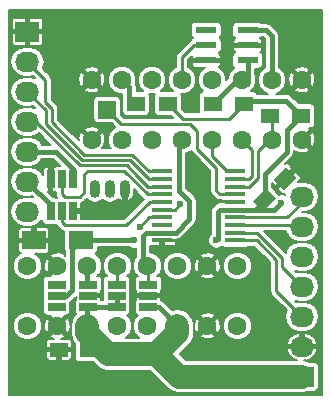
<source format=gbr>
G04 #@! TF.FileFunction,Copper,L2,Bot,Signal*
%FSLAX46Y46*%
G04 Gerber Fmt 4.6, Leading zero omitted, Abs format (unit mm)*
G04 Created by KiCad (PCBNEW 4.0.0-stable) date 17.06.2016 16:47:32*
%MOMM*%
G01*
G04 APERTURE LIST*
%ADD10C,0.100000*%
%ADD11R,2.032000X1.727200*%
%ADD12O,2.032000X1.727200*%
%ADD13C,1.600000*%
%ADD14R,1.800000X0.400000*%
%ADD15R,1.500000X1.250000*%
%ADD16R,2.000000X1.600000*%
%ADD17R,1.500000X1.300000*%
%ADD18R,1.500000X0.650000*%
%ADD19R,0.650000X1.500000*%
%ADD20O,0.899160X1.501140*%
%ADD21R,1.800000X0.600000*%
%ADD22R,1.501140X1.501140*%
%ADD23C,0.600000*%
%ADD24C,2.000000*%
%ADD25C,0.400000*%
%ADD26C,0.250000*%
%ADD27C,0.210000*%
G04 APERTURE END LIST*
D10*
D11*
X124587000Y-102362000D03*
D12*
X124587000Y-99822000D03*
X124587000Y-97282000D03*
X124587000Y-94742000D03*
X124587000Y-92202000D03*
X124587000Y-89662000D03*
X124587000Y-87122000D03*
D13*
X122047000Y-82296000D03*
X122047000Y-77216000D03*
X119507000Y-82296000D03*
X119507000Y-77216000D03*
X124587000Y-77216000D03*
X124587000Y-82296000D03*
X116967000Y-77216000D03*
X116967000Y-82296000D03*
X114427000Y-77216000D03*
X111887000Y-77216000D03*
X109347000Y-77216000D03*
X106807000Y-77216000D03*
X114427000Y-82296000D03*
X111887000Y-82296000D03*
X109347000Y-82296000D03*
X106807000Y-82296000D03*
D14*
X112724000Y-90809000D03*
X112724000Y-90159000D03*
X112724000Y-89509000D03*
X112724000Y-88859000D03*
X112724000Y-88209000D03*
X112724000Y-87559000D03*
X112724000Y-86909000D03*
X112724000Y-86259000D03*
X112724000Y-85609000D03*
X112724000Y-84959000D03*
X118924000Y-84959000D03*
X118924000Y-85609000D03*
X118924000Y-86259000D03*
X118924000Y-86909000D03*
X118924000Y-87559000D03*
X118924000Y-88209000D03*
X118924000Y-88859000D03*
X118924000Y-89509000D03*
X118924000Y-90159000D03*
X118924000Y-90809000D03*
D13*
X103886000Y-92964000D03*
X103886000Y-98044000D03*
X106426000Y-92964000D03*
X106426000Y-98044000D03*
X101346000Y-98044000D03*
X101346000Y-92964000D03*
X108966000Y-98044000D03*
X108966000Y-92964000D03*
X111506000Y-98044000D03*
X114046000Y-98044000D03*
X116586000Y-98044000D03*
X119126000Y-98044000D03*
X111506000Y-92964000D03*
X114046000Y-92964000D03*
X116586000Y-92964000D03*
X119126000Y-92964000D03*
D15*
X106533000Y-100076000D03*
X104033000Y-100076000D03*
D16*
X105886000Y-90805000D03*
X101886000Y-90805000D03*
D10*
G36*
X123273271Y-84630845D02*
X124157155Y-85514729D01*
X123096495Y-86575389D01*
X122212611Y-85691505D01*
X123273271Y-84630845D01*
X123273271Y-84630845D01*
G37*
G36*
X121505505Y-86398611D02*
X122389389Y-87282495D01*
X121328729Y-88343155D01*
X120444845Y-87459271D01*
X121505505Y-86398611D01*
X121505505Y-86398611D01*
G37*
D17*
X121840000Y-80264000D03*
X124540000Y-80264000D03*
D18*
X106506000Y-94554000D03*
X106506000Y-95504000D03*
X106506000Y-96454000D03*
X103806000Y-96454000D03*
X103806000Y-94554000D03*
X103806000Y-95504000D03*
D19*
X103317000Y-85645000D03*
X104267000Y-85645000D03*
X105217000Y-85645000D03*
X105217000Y-88345000D03*
X103317000Y-88345000D03*
X104267000Y-88345000D03*
D18*
X111586000Y-94554000D03*
X111586000Y-95504000D03*
X111586000Y-96454000D03*
X108886000Y-96454000D03*
X108886000Y-94554000D03*
X108886000Y-95504000D03*
D11*
X101346000Y-73152000D03*
D12*
X101346000Y-75692000D03*
X101346000Y-78232000D03*
X101346000Y-80772000D03*
X101346000Y-83312000D03*
X101346000Y-85852000D03*
X101346000Y-88392000D03*
D17*
X119714000Y-79248000D03*
X117014000Y-79248000D03*
D20*
X108331000Y-86487000D03*
X107061000Y-86487000D03*
X109601000Y-86487000D03*
D21*
X116487000Y-75565000D03*
X116487000Y-74295000D03*
X116487000Y-73025000D03*
X119987000Y-73025000D03*
X119987000Y-74295000D03*
X119987000Y-75565000D03*
D17*
X113237000Y-79248000D03*
X110537000Y-79248000D03*
D22*
X108077000Y-79756000D03*
D23*
X103251000Y-84201000D03*
X117348000Y-90805000D03*
X110363000Y-90805000D03*
X122809000Y-87630000D03*
X110871000Y-89662000D03*
X114300000Y-87757000D03*
D24*
X124587000Y-102362000D02*
X114173000Y-102362000D01*
X114173000Y-102362000D02*
X112268000Y-100457000D01*
D25*
X110537000Y-79248000D02*
X109982000Y-78693000D01*
X109982000Y-78693000D02*
X109982000Y-77851000D01*
X109982000Y-77851000D02*
X109347000Y-77216000D01*
X106426000Y-98044000D02*
X106426000Y-99969000D01*
X106426000Y-99969000D02*
X106533000Y-100076000D01*
X111586000Y-96454000D02*
X112456000Y-96454000D01*
X112456000Y-96454000D02*
X114046000Y-98044000D01*
X106426000Y-92964000D02*
X106426000Y-94474000D01*
X106426000Y-94474000D02*
X106506000Y-94554000D01*
X108886000Y-95504000D02*
X108886000Y-96454000D01*
X108886000Y-96454000D02*
X106506000Y-96454000D01*
X106426000Y-98044000D02*
X106426000Y-96534000D01*
X106426000Y-96534000D02*
X106506000Y-96454000D01*
D24*
X114046000Y-98044000D02*
X114046000Y-98679000D01*
X114046000Y-98679000D02*
X112268000Y-100457000D01*
X108204000Y-100457000D02*
X112268000Y-100457000D01*
X106426000Y-98679000D02*
X108204000Y-100457000D01*
X106426000Y-98044000D02*
X106426000Y-98679000D01*
D25*
X106426000Y-98044000D02*
X106426000Y-97917000D01*
X103317000Y-85645000D02*
X103317000Y-84267000D01*
X103317000Y-84267000D02*
X103251000Y-84201000D01*
X118924000Y-88209000D02*
X117658000Y-88209000D01*
X117475000Y-90678000D02*
X117348000Y-90805000D01*
X117475000Y-88392000D02*
X117475000Y-90678000D01*
X117658000Y-88209000D02*
X117475000Y-88392000D01*
D26*
X119714000Y-79248000D02*
X118444000Y-80518000D01*
X114507000Y-80518000D02*
X113237000Y-79248000D01*
X118444000Y-80518000D02*
X114507000Y-80518000D01*
D25*
X124540000Y-80264000D02*
X123270000Y-78994000D01*
X123270000Y-78994000D02*
X119968000Y-78994000D01*
X119968000Y-78994000D02*
X119714000Y-79248000D01*
X123317000Y-83312000D02*
X123317000Y-81487000D01*
X121417117Y-85211883D02*
X123317000Y-83312000D01*
X121417117Y-87370883D02*
X121417117Y-85211883D01*
X123317000Y-81487000D02*
X124540000Y-80264000D01*
X120523000Y-88209000D02*
X120579000Y-88209000D01*
X120579000Y-88209000D02*
X121417117Y-87370883D01*
X105886000Y-90805000D02*
X110363000Y-90805000D01*
X103806000Y-95504000D02*
X104648000Y-95504000D01*
X105156000Y-94996000D02*
X105156000Y-91535000D01*
X104648000Y-95504000D02*
X105156000Y-94996000D01*
X105156000Y-91535000D02*
X105886000Y-90805000D01*
X120396000Y-88209000D02*
X120523000Y-88209000D01*
X120523000Y-88209000D02*
X122230000Y-88209000D01*
X122230000Y-88209000D02*
X122809000Y-87630000D01*
X118924000Y-88209000D02*
X120396000Y-88209000D01*
D26*
X124540000Y-80264000D02*
X124540000Y-80217000D01*
X108886000Y-94554000D02*
X108966000Y-94474000D01*
X108966000Y-94474000D02*
X108966000Y-92964000D01*
X118924000Y-88859000D02*
X123358000Y-88859000D01*
X123358000Y-88859000D02*
X124587000Y-87630000D01*
X124587000Y-87630000D02*
X124587000Y-87122000D01*
X118924000Y-89509000D02*
X124434000Y-89509000D01*
X124434000Y-89509000D02*
X124587000Y-89662000D01*
X108458000Y-84466004D02*
X105799208Y-84466004D01*
X109739004Y-84466004D02*
X108458000Y-84466004D01*
X112724000Y-86259000D02*
X111532000Y-86259000D01*
X111532000Y-86259000D02*
X110617000Y-85344000D01*
X110617000Y-85344000D02*
X109739004Y-84466004D01*
X105799208Y-84466004D02*
X102105204Y-80772000D01*
X102105204Y-80772000D02*
X101346000Y-80772000D01*
X107061000Y-84016002D02*
X105985604Y-84016002D01*
X111644000Y-85609000D02*
X110051002Y-84016002D01*
X110051002Y-84016002D02*
X107061000Y-84016002D01*
X112724000Y-85609000D02*
X111644000Y-85609000D01*
X102932801Y-79818801D02*
X101346000Y-78232000D01*
X102932801Y-80963199D02*
X102932801Y-79818801D01*
X105985604Y-84016002D02*
X102932801Y-80963199D01*
X112724000Y-86909000D02*
X111545602Y-86909000D01*
X104267000Y-86868000D02*
X104267000Y-85645000D01*
X104521000Y-87122000D02*
X104267000Y-86868000D01*
X105791000Y-87122000D02*
X104521000Y-87122000D01*
X106172000Y-86741000D02*
X105791000Y-87122000D01*
X106172000Y-85217000D02*
X106172000Y-86741000D01*
X106472994Y-84916006D02*
X106172000Y-85217000D01*
X109552608Y-84916006D02*
X106472994Y-84916006D01*
X111545602Y-86909000D02*
X109552608Y-84916006D01*
X112724000Y-87559000D02*
X111704000Y-87559000D01*
X104267000Y-89281000D02*
X104267000Y-88345000D01*
X104521000Y-89535000D02*
X104267000Y-89281000D01*
X109728000Y-89535000D02*
X104521000Y-89535000D01*
X111704000Y-87559000D02*
X109728000Y-89535000D01*
X118924000Y-90159000D02*
X120766000Y-90159000D01*
X122936000Y-93091000D02*
X124587000Y-94742000D01*
X122936000Y-92329000D02*
X122936000Y-93091000D01*
X120766000Y-90159000D02*
X122936000Y-92329000D01*
X118924000Y-90809000D02*
X120779602Y-90809000D01*
X122428000Y-95123000D02*
X124587000Y-97282000D01*
X122428000Y-92457398D02*
X122428000Y-95123000D01*
X120779602Y-90809000D02*
X122428000Y-92457398D01*
X122047000Y-82042000D02*
X122047000Y-80471000D01*
X122047000Y-80471000D02*
X121840000Y-80264000D01*
D25*
X119987000Y-73025000D02*
X121539000Y-73025000D01*
X122047000Y-73533000D02*
X122047000Y-77216000D01*
X121539000Y-73025000D02*
X122047000Y-73533000D01*
D26*
X118924000Y-86259000D02*
X120117398Y-86259000D01*
X120846002Y-83242998D02*
X122047000Y-82042000D01*
X120846002Y-85530396D02*
X120846002Y-83242998D01*
X120117398Y-86259000D02*
X120846002Y-85530396D01*
X118924000Y-84959000D02*
X118233000Y-84959000D01*
X118233000Y-84959000D02*
X116967000Y-83693000D01*
X116967000Y-83693000D02*
X116967000Y-82296000D01*
X112724000Y-88859000D02*
X111674000Y-88859000D01*
X111674000Y-88859000D02*
X110871000Y-89662000D01*
D25*
X105217000Y-85645000D02*
X105217000Y-84767682D01*
X103761318Y-83312000D02*
X101346000Y-83312000D01*
X105217000Y-84767682D02*
X103761318Y-83312000D01*
X103317000Y-88345000D02*
X103317000Y-87823000D01*
X103317000Y-87823000D02*
X101346000Y-85852000D01*
D26*
X112724000Y-84959000D02*
X111630398Y-84959000D01*
X102870000Y-77216000D02*
X101346000Y-75692000D01*
X102870000Y-79119602D02*
X102870000Y-77216000D01*
X103441500Y-79691102D02*
X102870000Y-79119602D01*
X103441500Y-80835500D02*
X103441500Y-79691102D01*
X106172000Y-83566000D02*
X103441500Y-80835500D01*
X110237398Y-83566000D02*
X106172000Y-83566000D01*
X111630398Y-84959000D02*
X110237398Y-83566000D01*
X112724000Y-88209000D02*
X113848000Y-88209000D01*
X113848000Y-88209000D02*
X114300000Y-87757000D01*
D25*
X115062000Y-87503000D02*
X114173000Y-86614000D01*
X113930000Y-90159000D02*
X115062000Y-89027000D01*
X115062000Y-89027000D02*
X115062000Y-87503000D01*
X112724000Y-90159000D02*
X113930000Y-90159000D01*
X114173000Y-86614000D02*
X114173000Y-82550000D01*
X114173000Y-82550000D02*
X114427000Y-82296000D01*
D26*
X116487000Y-74295000D02*
X115443000Y-74295000D01*
X114427000Y-75311000D02*
X114427000Y-77216000D01*
X115443000Y-74295000D02*
X114427000Y-75311000D01*
X111506000Y-92964000D02*
X111586000Y-93044000D01*
X111586000Y-93044000D02*
X111586000Y-94554000D01*
D25*
X111506000Y-92964000D02*
X111125000Y-92583000D01*
X111125000Y-92583000D02*
X111125000Y-90424000D01*
X111390000Y-90159000D02*
X112724000Y-90159000D01*
X111125000Y-90424000D02*
X111390000Y-90159000D01*
D26*
X114427000Y-82424398D02*
X114427000Y-82296000D01*
D25*
X117014000Y-79248000D02*
X119046000Y-77216000D01*
X119046000Y-77216000D02*
X119507000Y-77216000D01*
D26*
X118924000Y-85609000D02*
X120131000Y-85609000D01*
X120396000Y-83185000D02*
X119507000Y-82296000D01*
X120396000Y-85344000D02*
X120396000Y-83185000D01*
X120131000Y-85609000D02*
X120396000Y-85344000D01*
D25*
X119987000Y-75565000D02*
X119987000Y-76736000D01*
X119987000Y-76736000D02*
X119507000Y-77216000D01*
D26*
X119554000Y-82249000D02*
X119507000Y-82296000D01*
X115131002Y-80968002D02*
X109289002Y-80968002D01*
X115131002Y-80968002D02*
X115697000Y-81534000D01*
X115697000Y-81534000D02*
X115697000Y-82550000D01*
X115697000Y-82550000D02*
X115697000Y-83059398D01*
X115697000Y-83059398D02*
X117347301Y-84709699D01*
X117347301Y-84709699D02*
X117347301Y-86613301D01*
X117347301Y-86613301D02*
X117643000Y-86909000D01*
X118924000Y-86909000D02*
X117643000Y-86909000D01*
X109289002Y-80968002D02*
X108077000Y-79756000D01*
D27*
G36*
X126266000Y-103914000D02*
X99794000Y-103914000D01*
X99794000Y-100302250D01*
X102958000Y-100302250D01*
X102958000Y-100765647D01*
X103007479Y-100885098D01*
X103098903Y-100976522D01*
X103218354Y-101026000D01*
X103806750Y-101026000D01*
X103888000Y-100944750D01*
X103888000Y-100221000D01*
X104178000Y-100221000D01*
X104178000Y-100944750D01*
X104259250Y-101026000D01*
X104847646Y-101026000D01*
X104967097Y-100976522D01*
X105058521Y-100885098D01*
X105108000Y-100765647D01*
X105108000Y-100302250D01*
X105026750Y-100221000D01*
X104178000Y-100221000D01*
X103888000Y-100221000D01*
X103039250Y-100221000D01*
X102958000Y-100302250D01*
X99794000Y-100302250D01*
X99794000Y-99386353D01*
X102958000Y-99386353D01*
X102958000Y-99849750D01*
X103039250Y-99931000D01*
X103888000Y-99931000D01*
X103888000Y-99911000D01*
X104178000Y-99911000D01*
X104178000Y-99931000D01*
X105026750Y-99931000D01*
X105108000Y-99849750D01*
X105108000Y-99386353D01*
X105058521Y-99266902D01*
X104967097Y-99175478D01*
X104847646Y-99126000D01*
X104259250Y-99126000D01*
X104178002Y-99207248D01*
X104178002Y-99147709D01*
X104207212Y-99145147D01*
X104437497Y-99049759D01*
X104530089Y-98893150D01*
X103886000Y-98249061D01*
X103241911Y-98893150D01*
X103334503Y-99049759D01*
X103576490Y-99126000D01*
X103218354Y-99126000D01*
X103098903Y-99175478D01*
X103007479Y-99266902D01*
X102958000Y-99386353D01*
X99794000Y-99386353D01*
X99794000Y-98282638D01*
X100140792Y-98282638D01*
X100323855Y-98725686D01*
X100662531Y-99064953D01*
X101105259Y-99248790D01*
X101584638Y-99249208D01*
X102027686Y-99066145D01*
X102366953Y-98727469D01*
X102550790Y-98284741D01*
X102551108Y-97919371D01*
X102745751Y-97919371D01*
X102784853Y-98365212D01*
X102880241Y-98595497D01*
X103036850Y-98688089D01*
X103680939Y-98044000D01*
X103036850Y-97399911D01*
X102880241Y-97492503D01*
X102745751Y-97919371D01*
X102551108Y-97919371D01*
X102551208Y-97805362D01*
X102368145Y-97362314D01*
X102029469Y-97023047D01*
X101586741Y-96839210D01*
X101107362Y-96838792D01*
X100664314Y-97021855D01*
X100325047Y-97360531D01*
X100141210Y-97803259D01*
X100140792Y-98282638D01*
X99794000Y-98282638D01*
X99794000Y-93202638D01*
X100140792Y-93202638D01*
X100323855Y-93645686D01*
X100662531Y-93984953D01*
X101105259Y-94168790D01*
X101584638Y-94169208D01*
X102027686Y-93986145D01*
X102366953Y-93647469D01*
X102550790Y-93204741D01*
X102551108Y-92839371D01*
X102745751Y-92839371D01*
X102784853Y-93285212D01*
X102880241Y-93515497D01*
X103036850Y-93608089D01*
X103680939Y-92964000D01*
X103036850Y-92319911D01*
X102880241Y-92412503D01*
X102745751Y-92839371D01*
X102551108Y-92839371D01*
X102551208Y-92725362D01*
X102368145Y-92282314D01*
X102029469Y-91943047D01*
X101998048Y-91930000D01*
X102031002Y-91930000D01*
X102031002Y-91848752D01*
X102112250Y-91930000D01*
X102950646Y-91930000D01*
X103070097Y-91880522D01*
X103161521Y-91789098D01*
X103211000Y-91669647D01*
X103211000Y-91031250D01*
X103129750Y-90950000D01*
X102031000Y-90950000D01*
X102031000Y-90970000D01*
X101741000Y-90970000D01*
X101741000Y-90950000D01*
X100642250Y-90950000D01*
X100561000Y-91031250D01*
X100561000Y-91669647D01*
X100610479Y-91789098D01*
X100701903Y-91880522D01*
X100757259Y-91903451D01*
X100664314Y-91941855D01*
X100325047Y-92280531D01*
X100141210Y-92723259D01*
X100140792Y-93202638D01*
X99794000Y-93202638D01*
X99794000Y-89940353D01*
X100561000Y-89940353D01*
X100561000Y-90578750D01*
X100642250Y-90660000D01*
X101741000Y-90660000D01*
X101741000Y-89761250D01*
X102031000Y-89761250D01*
X102031000Y-90660000D01*
X103129750Y-90660000D01*
X103211000Y-90578750D01*
X103211000Y-89940353D01*
X103161521Y-89820902D01*
X103070097Y-89729478D01*
X102950646Y-89680000D01*
X102112250Y-89680000D01*
X102031000Y-89761250D01*
X101741000Y-89761250D01*
X101659750Y-89680000D01*
X100821354Y-89680000D01*
X100701903Y-89729478D01*
X100610479Y-89820902D01*
X100561000Y-89940353D01*
X99794000Y-89940353D01*
X99794000Y-75692000D01*
X99897161Y-75692000D01*
X99993727Y-76177472D01*
X100268725Y-76589036D01*
X100680289Y-76864034D01*
X101165761Y-76960600D01*
X101526239Y-76960600D01*
X101808852Y-76904385D01*
X101952693Y-77048227D01*
X101526239Y-76963400D01*
X101165761Y-76963400D01*
X100680289Y-77059966D01*
X100268725Y-77334964D01*
X99993727Y-77746528D01*
X99897161Y-78232000D01*
X99993727Y-78717472D01*
X100268725Y-79129036D01*
X100680289Y-79404034D01*
X101165761Y-79500600D01*
X101526239Y-79500600D01*
X101808852Y-79444385D01*
X101952693Y-79588227D01*
X101526239Y-79503400D01*
X101165761Y-79503400D01*
X100680289Y-79599966D01*
X100268725Y-79874964D01*
X99993727Y-80286528D01*
X99897161Y-80772000D01*
X99993727Y-81257472D01*
X100268725Y-81669036D01*
X100680289Y-81944034D01*
X101165761Y-82040600D01*
X101526239Y-82040600D01*
X102011711Y-81944034D01*
X102321026Y-81737356D01*
X103290670Y-82707000D01*
X102618407Y-82707000D01*
X102423275Y-82414964D01*
X102011711Y-82139966D01*
X101526239Y-82043400D01*
X101165761Y-82043400D01*
X100680289Y-82139966D01*
X100268725Y-82414964D01*
X99993727Y-82826528D01*
X99897161Y-83312000D01*
X99993727Y-83797472D01*
X100268725Y-84209036D01*
X100680289Y-84484034D01*
X101165761Y-84580600D01*
X101526239Y-84580600D01*
X102011711Y-84484034D01*
X102423275Y-84209036D01*
X102618407Y-83917000D01*
X103510718Y-83917000D01*
X104075785Y-84482066D01*
X103942000Y-84482066D01*
X103791916Y-84510306D01*
X103699149Y-84570000D01*
X103543250Y-84570000D01*
X103462000Y-84651250D01*
X103462000Y-85500000D01*
X103482000Y-85500000D01*
X103482000Y-85790000D01*
X103462000Y-85790000D01*
X103462000Y-86638750D01*
X103543250Y-86720000D01*
X103700264Y-86720000D01*
X103737000Y-86745101D01*
X103737000Y-86867995D01*
X103736999Y-86868000D01*
X103777344Y-87070822D01*
X103861762Y-87197164D01*
X103791916Y-87210306D01*
X103789412Y-87211917D01*
X103642000Y-87182066D01*
X103531666Y-87182066D01*
X103069600Y-86720000D01*
X103090750Y-86720000D01*
X103172000Y-86638750D01*
X103172000Y-85790000D01*
X103152000Y-85790000D01*
X103152000Y-85500000D01*
X103172000Y-85500000D01*
X103172000Y-84651250D01*
X103090750Y-84570000D01*
X102927353Y-84570000D01*
X102807902Y-84619479D01*
X102716478Y-84710903D01*
X102667000Y-84830354D01*
X102667000Y-85319725D01*
X102423275Y-84954964D01*
X102011711Y-84679966D01*
X101526239Y-84583400D01*
X101165761Y-84583400D01*
X100680289Y-84679966D01*
X100268725Y-84954964D01*
X99993727Y-85366528D01*
X99897161Y-85852000D01*
X99993727Y-86337472D01*
X100268725Y-86749036D01*
X100680289Y-87024034D01*
X101165761Y-87120600D01*
X101526239Y-87120600D01*
X101720383Y-87081983D01*
X101820290Y-87181890D01*
X101526239Y-87123400D01*
X101165761Y-87123400D01*
X100680289Y-87219966D01*
X100268725Y-87494964D01*
X99993727Y-87906528D01*
X99897161Y-88392000D01*
X99993727Y-88877472D01*
X100268725Y-89289036D01*
X100680289Y-89564034D01*
X101165761Y-89660600D01*
X101526239Y-89660600D01*
X102011711Y-89564034D01*
X102423275Y-89289036D01*
X102579066Y-89055878D01*
X102579066Y-89095000D01*
X102607306Y-89245084D01*
X102696006Y-89382927D01*
X102831346Y-89475401D01*
X102992000Y-89507934D01*
X103642000Y-89507934D01*
X103777084Y-89482516D01*
X103777344Y-89483822D01*
X103892233Y-89655767D01*
X104146231Y-89909764D01*
X104146233Y-89909767D01*
X104318178Y-90024656D01*
X104473066Y-90055465D01*
X104473066Y-91605000D01*
X104501306Y-91755084D01*
X104551000Y-91832310D01*
X104551000Y-92093936D01*
X104530088Y-92114848D01*
X104437497Y-91958241D01*
X104010629Y-91823751D01*
X103564788Y-91862853D01*
X103334503Y-91958241D01*
X103241911Y-92114850D01*
X103886000Y-92758939D01*
X103900143Y-92744797D01*
X104105204Y-92949858D01*
X104091061Y-92964000D01*
X104105204Y-92978143D01*
X103900143Y-93183204D01*
X103886000Y-93169061D01*
X103241911Y-93813150D01*
X103243635Y-93816066D01*
X103056000Y-93816066D01*
X102905916Y-93844306D01*
X102768073Y-93933006D01*
X102675599Y-94068346D01*
X102643066Y-94229000D01*
X102643066Y-94879000D01*
X102671306Y-95029084D01*
X102672917Y-95031588D01*
X102643066Y-95179000D01*
X102643066Y-95829000D01*
X102671306Y-95979084D01*
X102672917Y-95981588D01*
X102643066Y-96129000D01*
X102643066Y-96779000D01*
X102671306Y-96929084D01*
X102760006Y-97066927D01*
X102895346Y-97159401D01*
X103056000Y-97191934D01*
X103243635Y-97191934D01*
X103241911Y-97194850D01*
X103886000Y-97838939D01*
X104530089Y-97194850D01*
X104528365Y-97191934D01*
X104556000Y-97191934D01*
X104706084Y-97163694D01*
X104843927Y-97074994D01*
X104936401Y-96939654D01*
X104968934Y-96779000D01*
X104968934Y-96129000D01*
X104947908Y-96017255D01*
X105075800Y-95931800D01*
X105431000Y-95576599D01*
X105431000Y-95649002D01*
X105512248Y-95649002D01*
X105431000Y-95730250D01*
X105431000Y-95887264D01*
X105375599Y-95968346D01*
X105343066Y-96129000D01*
X105343066Y-96779000D01*
X105371306Y-96929084D01*
X105444355Y-97042604D01*
X105432515Y-97050515D01*
X105127949Y-97506330D01*
X105021000Y-98044000D01*
X105021000Y-98108780D01*
X104987147Y-97722788D01*
X104891759Y-97492503D01*
X104735150Y-97399911D01*
X104091061Y-98044000D01*
X104735150Y-98688089D01*
X104891759Y-98595497D01*
X105021000Y-98185289D01*
X105021000Y-98679000D01*
X105127949Y-99216671D01*
X105370066Y-99579024D01*
X105370066Y-100701000D01*
X105398306Y-100851084D01*
X105487006Y-100988927D01*
X105622346Y-101081401D01*
X105783000Y-101113934D01*
X106873964Y-101113934D01*
X107210515Y-101450485D01*
X107666330Y-101755051D01*
X108204000Y-101862000D01*
X111686030Y-101862000D01*
X113179515Y-103355485D01*
X113635330Y-103660051D01*
X114173000Y-103767000D01*
X124587000Y-103767000D01*
X125124670Y-103660051D01*
X125156872Y-103638534D01*
X125603000Y-103638534D01*
X125753084Y-103610294D01*
X125890927Y-103521594D01*
X125983401Y-103386254D01*
X126015934Y-103225600D01*
X126015934Y-101498400D01*
X125987694Y-101348316D01*
X125898994Y-101210473D01*
X125763654Y-101117999D01*
X125603000Y-101085466D01*
X125156872Y-101085466D01*
X125124670Y-101063949D01*
X124732002Y-100985843D01*
X124732002Y-100929802D01*
X124918100Y-100997569D01*
X125354368Y-100839699D01*
X125697013Y-100526893D01*
X125881915Y-100149764D01*
X125837216Y-99967000D01*
X124732000Y-99967000D01*
X124732000Y-99987000D01*
X124442000Y-99987000D01*
X124442000Y-99967000D01*
X123336784Y-99967000D01*
X123292085Y-100149764D01*
X123476987Y-100526893D01*
X123819632Y-100839699D01*
X124143789Y-100957000D01*
X114754970Y-100957000D01*
X114254970Y-100457000D01*
X115039485Y-99672485D01*
X115158587Y-99494236D01*
X123292085Y-99494236D01*
X123336784Y-99677000D01*
X124442000Y-99677000D01*
X124442000Y-98714199D01*
X124732000Y-98714199D01*
X124732000Y-99677000D01*
X125837216Y-99677000D01*
X125881915Y-99494236D01*
X125697013Y-99117107D01*
X125354368Y-98804301D01*
X124918100Y-98646431D01*
X124732000Y-98714199D01*
X124442000Y-98714199D01*
X124255900Y-98646431D01*
X123819632Y-98804301D01*
X123476987Y-99117107D01*
X123292085Y-99494236D01*
X115158587Y-99494236D01*
X115344051Y-99216670D01*
X115408403Y-98893150D01*
X115941911Y-98893150D01*
X116034503Y-99049759D01*
X116461371Y-99184249D01*
X116907212Y-99145147D01*
X117137497Y-99049759D01*
X117230089Y-98893150D01*
X116586000Y-98249061D01*
X115941911Y-98893150D01*
X115408403Y-98893150D01*
X115451000Y-98679000D01*
X115451000Y-98044000D01*
X115426210Y-97919371D01*
X115445751Y-97919371D01*
X115484853Y-98365212D01*
X115580241Y-98595497D01*
X115736850Y-98688089D01*
X116380939Y-98044000D01*
X116791061Y-98044000D01*
X117435150Y-98688089D01*
X117591759Y-98595497D01*
X117690329Y-98282638D01*
X117920792Y-98282638D01*
X118103855Y-98725686D01*
X118442531Y-99064953D01*
X118885259Y-99248790D01*
X119364638Y-99249208D01*
X119807686Y-99066145D01*
X120146953Y-98727469D01*
X120330790Y-98284741D01*
X120331208Y-97805362D01*
X120148145Y-97362314D01*
X119809469Y-97023047D01*
X119366741Y-96839210D01*
X118887362Y-96838792D01*
X118444314Y-97021855D01*
X118105047Y-97360531D01*
X117921210Y-97803259D01*
X117920792Y-98282638D01*
X117690329Y-98282638D01*
X117726249Y-98168629D01*
X117687147Y-97722788D01*
X117591759Y-97492503D01*
X117435150Y-97399911D01*
X116791061Y-98044000D01*
X116380939Y-98044000D01*
X115736850Y-97399911D01*
X115580241Y-97492503D01*
X115445751Y-97919371D01*
X115426210Y-97919371D01*
X115344051Y-97506330D01*
X115135927Y-97194850D01*
X115941911Y-97194850D01*
X116586000Y-97838939D01*
X117230089Y-97194850D01*
X117137497Y-97038241D01*
X116710629Y-96903751D01*
X116264788Y-96942853D01*
X116034503Y-97038241D01*
X115941911Y-97194850D01*
X115135927Y-97194850D01*
X115039485Y-97050515D01*
X114583670Y-96745949D01*
X114046000Y-96639000D01*
X113587751Y-96730151D01*
X112883800Y-96026200D01*
X112687524Y-95895053D01*
X112663677Y-95890309D01*
X112661000Y-95886149D01*
X112661000Y-95730250D01*
X112579750Y-95649000D01*
X111731000Y-95649000D01*
X111731000Y-95669000D01*
X111441000Y-95669000D01*
X111441000Y-95649000D01*
X110592250Y-95649000D01*
X110511000Y-95730250D01*
X110511000Y-95887264D01*
X110455599Y-95968346D01*
X110423066Y-96129000D01*
X110423066Y-96779000D01*
X110451306Y-96929084D01*
X110540006Y-97066927D01*
X110675346Y-97159401D01*
X110684642Y-97161284D01*
X110485047Y-97360531D01*
X110301210Y-97803259D01*
X110300792Y-98282638D01*
X110483855Y-98725686D01*
X110809601Y-99052000D01*
X109661856Y-99052000D01*
X109986953Y-98727469D01*
X110170790Y-98284741D01*
X110171208Y-97805362D01*
X109988145Y-97362314D01*
X109788390Y-97162210D01*
X109923927Y-97074994D01*
X110016401Y-96939654D01*
X110048934Y-96779000D01*
X110048934Y-96129000D01*
X110020694Y-95978916D01*
X110019083Y-95976412D01*
X110048934Y-95829000D01*
X110048934Y-95179000D01*
X110020694Y-95028916D01*
X110019083Y-95026412D01*
X110048934Y-94879000D01*
X110048934Y-94229000D01*
X110020694Y-94078916D01*
X109931994Y-93941073D01*
X109796654Y-93848599D01*
X109787358Y-93846716D01*
X109986953Y-93647469D01*
X110170790Y-93204741D01*
X110171208Y-92725362D01*
X109988145Y-92282314D01*
X109649469Y-91943047D01*
X109206741Y-91759210D01*
X108727362Y-91758792D01*
X108284314Y-91941855D01*
X107945047Y-92280531D01*
X107761210Y-92723259D01*
X107760792Y-93202638D01*
X107943855Y-93645686D01*
X108117427Y-93819561D01*
X107985916Y-93844306D01*
X107848073Y-93933006D01*
X107755599Y-94068346D01*
X107723066Y-94229000D01*
X107723066Y-94879000D01*
X107751306Y-95029084D01*
X107752917Y-95031588D01*
X107723066Y-95179000D01*
X107723066Y-95829000D01*
X107726829Y-95849000D01*
X107581000Y-95849000D01*
X107581000Y-95730250D01*
X107499750Y-95649000D01*
X106651000Y-95649000D01*
X106651000Y-95669000D01*
X106361000Y-95669000D01*
X106361000Y-95649000D01*
X106341000Y-95649000D01*
X106341000Y-95359000D01*
X106361000Y-95359000D01*
X106361000Y-95339000D01*
X106651000Y-95339000D01*
X106651000Y-95359000D01*
X107499750Y-95359000D01*
X107581000Y-95277750D01*
X107581000Y-95120736D01*
X107636401Y-95039654D01*
X107668934Y-94879000D01*
X107668934Y-94229000D01*
X107640694Y-94078916D01*
X107551994Y-93941073D01*
X107416654Y-93848599D01*
X107274341Y-93819780D01*
X107446953Y-93647469D01*
X107630790Y-93204741D01*
X107631208Y-92725362D01*
X107448145Y-92282314D01*
X107109469Y-91943047D01*
X107108926Y-91942821D01*
X107173927Y-91900994D01*
X107266401Y-91765654D01*
X107298934Y-91605000D01*
X107298934Y-91410000D01*
X109981619Y-91410000D01*
X110222152Y-91509878D01*
X110502618Y-91510122D01*
X110520000Y-91502940D01*
X110520000Y-92245639D01*
X110485047Y-92280531D01*
X110301210Y-92723259D01*
X110300792Y-93202638D01*
X110483855Y-93645686D01*
X110683610Y-93845790D01*
X110548073Y-93933006D01*
X110455599Y-94068346D01*
X110423066Y-94229000D01*
X110423066Y-94879000D01*
X110451306Y-95029084D01*
X110511000Y-95121851D01*
X110511000Y-95277750D01*
X110592250Y-95359000D01*
X111441000Y-95359000D01*
X111441000Y-95339000D01*
X111731000Y-95339000D01*
X111731000Y-95359000D01*
X112579750Y-95359000D01*
X112661000Y-95277750D01*
X112661000Y-95120736D01*
X112716401Y-95039654D01*
X112748934Y-94879000D01*
X112748934Y-94229000D01*
X112720694Y-94078916D01*
X112631994Y-93941073D01*
X112496654Y-93848599D01*
X112354341Y-93819780D01*
X112526953Y-93647469D01*
X112710790Y-93204741D01*
X112710791Y-93202638D01*
X112840792Y-93202638D01*
X113023855Y-93645686D01*
X113362531Y-93984953D01*
X113805259Y-94168790D01*
X114284638Y-94169208D01*
X114727686Y-93986145D01*
X114900982Y-93813150D01*
X115941911Y-93813150D01*
X116034503Y-93969759D01*
X116461371Y-94104249D01*
X116907212Y-94065147D01*
X117137497Y-93969759D01*
X117230089Y-93813150D01*
X116586000Y-93169061D01*
X115941911Y-93813150D01*
X114900982Y-93813150D01*
X115066953Y-93647469D01*
X115250790Y-93204741D01*
X115251108Y-92839371D01*
X115445751Y-92839371D01*
X115484853Y-93285212D01*
X115580241Y-93515497D01*
X115736850Y-93608089D01*
X116380939Y-92964000D01*
X116791061Y-92964000D01*
X117435150Y-93608089D01*
X117591759Y-93515497D01*
X117690329Y-93202638D01*
X117920792Y-93202638D01*
X118103855Y-93645686D01*
X118442531Y-93984953D01*
X118885259Y-94168790D01*
X119364638Y-94169208D01*
X119807686Y-93986145D01*
X120146953Y-93647469D01*
X120330790Y-93204741D01*
X120331208Y-92725362D01*
X120148145Y-92282314D01*
X119809469Y-91943047D01*
X119366741Y-91759210D01*
X118887362Y-91758792D01*
X118444314Y-91941855D01*
X118105047Y-92280531D01*
X117921210Y-92723259D01*
X117920792Y-93202638D01*
X117690329Y-93202638D01*
X117726249Y-93088629D01*
X117687147Y-92642788D01*
X117591759Y-92412503D01*
X117435150Y-92319911D01*
X116791061Y-92964000D01*
X116380939Y-92964000D01*
X115736850Y-92319911D01*
X115580241Y-92412503D01*
X115445751Y-92839371D01*
X115251108Y-92839371D01*
X115251208Y-92725362D01*
X115068145Y-92282314D01*
X114900973Y-92114850D01*
X115941911Y-92114850D01*
X116586000Y-92758939D01*
X117230089Y-92114850D01*
X117137497Y-91958241D01*
X116710629Y-91823751D01*
X116264788Y-91862853D01*
X116034503Y-91958241D01*
X115941911Y-92114850D01*
X114900973Y-92114850D01*
X114729469Y-91943047D01*
X114286741Y-91759210D01*
X113807362Y-91758792D01*
X113364314Y-91941855D01*
X113025047Y-92280531D01*
X112841210Y-92723259D01*
X112840792Y-93202638D01*
X112710791Y-93202638D01*
X112711208Y-92725362D01*
X112528145Y-92282314D01*
X112189469Y-91943047D01*
X111746741Y-91759210D01*
X111730000Y-91759195D01*
X111730000Y-91321841D01*
X111759354Y-91334000D01*
X112497750Y-91334000D01*
X112579000Y-91252750D01*
X112579000Y-90909000D01*
X112869000Y-90909000D01*
X112869000Y-91252750D01*
X112950250Y-91334000D01*
X113688646Y-91334000D01*
X113808097Y-91284522D01*
X113899521Y-91193098D01*
X113949000Y-91073647D01*
X113949000Y-90990250D01*
X113867750Y-90909000D01*
X112869000Y-90909000D01*
X112579000Y-90909000D01*
X112559000Y-90909000D01*
X112559000Y-90771934D01*
X113624000Y-90771934D01*
X113666166Y-90764000D01*
X113929995Y-90764000D01*
X113930000Y-90764001D01*
X114161524Y-90717947D01*
X114357800Y-90586800D01*
X115489797Y-89454802D01*
X115489800Y-89454800D01*
X115561878Y-89346927D01*
X115620947Y-89258524D01*
X115667001Y-89027000D01*
X115667000Y-89026995D01*
X115667000Y-87503005D01*
X115667001Y-87503000D01*
X115620947Y-87271476D01*
X115489800Y-87075200D01*
X114778000Y-86363400D01*
X114778000Y-83454781D01*
X115108686Y-83318145D01*
X115200280Y-83226710D01*
X115207344Y-83262220D01*
X115322233Y-83434165D01*
X116817301Y-84929233D01*
X116817301Y-86613296D01*
X116817300Y-86613301D01*
X116857645Y-86816123D01*
X116972534Y-86988068D01*
X117268231Y-87283764D01*
X117268233Y-87283767D01*
X117408890Y-87377750D01*
X117440178Y-87398656D01*
X117643000Y-87439001D01*
X117643005Y-87439000D01*
X117760250Y-87439000D01*
X117780250Y-87459000D01*
X117818853Y-87459000D01*
X117863346Y-87489401D01*
X118024000Y-87521934D01*
X119089000Y-87521934D01*
X119089000Y-87596066D01*
X118024000Y-87596066D01*
X117981834Y-87604000D01*
X117658005Y-87604000D01*
X117658000Y-87603999D01*
X117426476Y-87650053D01*
X117230200Y-87781200D01*
X117047200Y-87964200D01*
X116916053Y-88160476D01*
X116869999Y-88392000D01*
X116870000Y-88392005D01*
X116870000Y-90286014D01*
X116750678Y-90405128D01*
X116643122Y-90664152D01*
X116642878Y-90944618D01*
X116749981Y-91203829D01*
X116948128Y-91402322D01*
X117207152Y-91509878D01*
X117487618Y-91510122D01*
X117746829Y-91403019D01*
X117802273Y-91347672D01*
X117863346Y-91389401D01*
X118024000Y-91421934D01*
X119824000Y-91421934D01*
X119974084Y-91393694D01*
X120059080Y-91339000D01*
X120560068Y-91339000D01*
X121898000Y-92676931D01*
X121898000Y-95122995D01*
X121897999Y-95123000D01*
X121938344Y-95325822D01*
X122053233Y-95497767D01*
X123281698Y-96726232D01*
X123234727Y-96796528D01*
X123138161Y-97282000D01*
X123234727Y-97767472D01*
X123509725Y-98179036D01*
X123921289Y-98454034D01*
X124406761Y-98550600D01*
X124767239Y-98550600D01*
X125252711Y-98454034D01*
X125664275Y-98179036D01*
X125939273Y-97767472D01*
X126035839Y-97282000D01*
X125939273Y-96796528D01*
X125664275Y-96384964D01*
X125252711Y-96109966D01*
X124767239Y-96013400D01*
X124406761Y-96013400D01*
X124124149Y-96069615D01*
X123980307Y-95925773D01*
X124406761Y-96010600D01*
X124767239Y-96010600D01*
X125252711Y-95914034D01*
X125664275Y-95639036D01*
X125939273Y-95227472D01*
X126035839Y-94742000D01*
X125939273Y-94256528D01*
X125664275Y-93844964D01*
X125252711Y-93569966D01*
X124767239Y-93473400D01*
X124406761Y-93473400D01*
X124124148Y-93529615D01*
X123980307Y-93385773D01*
X124406761Y-93470600D01*
X124767239Y-93470600D01*
X125252711Y-93374034D01*
X125664275Y-93099036D01*
X125939273Y-92687472D01*
X126035839Y-92202000D01*
X125939273Y-91716528D01*
X125664275Y-91304964D01*
X125252711Y-91029966D01*
X124767239Y-90933400D01*
X124406761Y-90933400D01*
X123921289Y-91029966D01*
X123509725Y-91304964D01*
X123234727Y-91716528D01*
X123207905Y-91851372D01*
X121395534Y-90039000D01*
X123213151Y-90039000D01*
X123234727Y-90147472D01*
X123509725Y-90559036D01*
X123921289Y-90834034D01*
X124406761Y-90930600D01*
X124767239Y-90930600D01*
X125252711Y-90834034D01*
X125664275Y-90559036D01*
X125939273Y-90147472D01*
X126035839Y-89662000D01*
X125939273Y-89176528D01*
X125664275Y-88764964D01*
X125252711Y-88489966D01*
X124767239Y-88393400D01*
X124573133Y-88393400D01*
X124575933Y-88390600D01*
X124767239Y-88390600D01*
X125252711Y-88294034D01*
X125664275Y-88019036D01*
X125939273Y-87607472D01*
X126035839Y-87122000D01*
X125939273Y-86636528D01*
X125664275Y-86224964D01*
X125252711Y-85949966D01*
X124767239Y-85853400D01*
X124406761Y-85853400D01*
X124246157Y-85885346D01*
X124432676Y-85698827D01*
X124482155Y-85579376D01*
X124482155Y-85450083D01*
X124432677Y-85330631D01*
X124105006Y-85002960D01*
X123990101Y-85002960D01*
X123389944Y-85603117D01*
X123404086Y-85617260D01*
X123199026Y-85822320D01*
X123184883Y-85808178D01*
X122584726Y-86408335D01*
X122584726Y-86523240D01*
X122912397Y-86850911D01*
X123031849Y-86900389D01*
X123161142Y-86900389D01*
X123184137Y-86890864D01*
X123159967Y-87012371D01*
X122949848Y-86925122D01*
X122669382Y-86924878D01*
X122631430Y-86940560D01*
X122022117Y-86331247D01*
X122022117Y-85960631D01*
X122264760Y-86203274D01*
X122379665Y-86203274D01*
X122979822Y-85603117D01*
X122965680Y-85588974D01*
X123170740Y-85383914D01*
X123184883Y-85398056D01*
X123785040Y-84797899D01*
X123785040Y-84682994D01*
X123457369Y-84355323D01*
X123337917Y-84305845D01*
X123208624Y-84305845D01*
X123157633Y-84326967D01*
X123744797Y-83739802D01*
X123744800Y-83739800D01*
X123875947Y-83543523D01*
X123922000Y-83312000D01*
X123922000Y-83166064D01*
X123942912Y-83145152D01*
X124035503Y-83301759D01*
X124462371Y-83436249D01*
X124908212Y-83397147D01*
X125138497Y-83301759D01*
X125231089Y-83145150D01*
X124587000Y-82501061D01*
X124572858Y-82515204D01*
X124367797Y-82310143D01*
X124381939Y-82296000D01*
X124792061Y-82296000D01*
X125436150Y-82940089D01*
X125592759Y-82847497D01*
X125727249Y-82420629D01*
X125688147Y-81974788D01*
X125592759Y-81744503D01*
X125436150Y-81651911D01*
X124792061Y-82296000D01*
X124381939Y-82296000D01*
X124367797Y-82281858D01*
X124572858Y-82076797D01*
X124587000Y-82090939D01*
X125231089Y-81446850D01*
X125160191Y-81326934D01*
X125290000Y-81326934D01*
X125440084Y-81298694D01*
X125577927Y-81209994D01*
X125670401Y-81074654D01*
X125702934Y-80914000D01*
X125702934Y-79614000D01*
X125674694Y-79463916D01*
X125585994Y-79326073D01*
X125450654Y-79233599D01*
X125290000Y-79201066D01*
X124332666Y-79201066D01*
X123697800Y-78566200D01*
X123501524Y-78435053D01*
X123270000Y-78388999D01*
X123269995Y-78389000D01*
X122363588Y-78389000D01*
X122728686Y-78238145D01*
X122901982Y-78065150D01*
X123942911Y-78065150D01*
X124035503Y-78221759D01*
X124462371Y-78356249D01*
X124908212Y-78317147D01*
X125138497Y-78221759D01*
X125231089Y-78065150D01*
X124587000Y-77421061D01*
X123942911Y-78065150D01*
X122901982Y-78065150D01*
X123067953Y-77899469D01*
X123251790Y-77456741D01*
X123252108Y-77091371D01*
X123446751Y-77091371D01*
X123485853Y-77537212D01*
X123581241Y-77767497D01*
X123737850Y-77860089D01*
X124381939Y-77216000D01*
X124792061Y-77216000D01*
X125436150Y-77860089D01*
X125592759Y-77767497D01*
X125727249Y-77340629D01*
X125688147Y-76894788D01*
X125592759Y-76664503D01*
X125436150Y-76571911D01*
X124792061Y-77216000D01*
X124381939Y-77216000D01*
X123737850Y-76571911D01*
X123581241Y-76664503D01*
X123446751Y-77091371D01*
X123252108Y-77091371D01*
X123252208Y-76977362D01*
X123069145Y-76534314D01*
X122901973Y-76366850D01*
X123942911Y-76366850D01*
X124587000Y-77010939D01*
X125231089Y-76366850D01*
X125138497Y-76210241D01*
X124711629Y-76075751D01*
X124265788Y-76114853D01*
X124035503Y-76210241D01*
X123942911Y-76366850D01*
X122901973Y-76366850D01*
X122730469Y-76195047D01*
X122652000Y-76162464D01*
X122652000Y-73533000D01*
X122605947Y-73301477D01*
X122474800Y-73105200D01*
X122474797Y-73105198D01*
X121966800Y-72597200D01*
X121770524Y-72466053D01*
X121539000Y-72419999D01*
X121538995Y-72420000D01*
X121158007Y-72420000D01*
X121047654Y-72344599D01*
X120887000Y-72312066D01*
X119087000Y-72312066D01*
X118936916Y-72340306D01*
X118799073Y-72429006D01*
X118706599Y-72564346D01*
X118674066Y-72725000D01*
X118674066Y-73325000D01*
X118702306Y-73475084D01*
X118791006Y-73612927D01*
X118926346Y-73705401D01*
X118933426Y-73706835D01*
X118902903Y-73719478D01*
X118811479Y-73810902D01*
X118762000Y-73930353D01*
X118762000Y-74068750D01*
X118843250Y-74150000D01*
X119842000Y-74150000D01*
X119842000Y-74130000D01*
X120132000Y-74130000D01*
X120132000Y-74150000D01*
X121130750Y-74150000D01*
X121212000Y-74068750D01*
X121212000Y-73930353D01*
X121162521Y-73810902D01*
X121071097Y-73719478D01*
X121041154Y-73707075D01*
X121160931Y-73630000D01*
X121288400Y-73630000D01*
X121442000Y-73783599D01*
X121442000Y-76162169D01*
X121365314Y-76193855D01*
X121026047Y-76532531D01*
X120842210Y-76975259D01*
X120841792Y-77454638D01*
X121024855Y-77897686D01*
X121363531Y-78236953D01*
X121729700Y-78389000D01*
X120810782Y-78389000D01*
X120759994Y-78310073D01*
X120624654Y-78217599D01*
X120464000Y-78185066D01*
X120241858Y-78185066D01*
X120527953Y-77899469D01*
X120711790Y-77456741D01*
X120712208Y-76977362D01*
X120592000Y-76686435D01*
X120592000Y-76277934D01*
X120887000Y-76277934D01*
X121037084Y-76249694D01*
X121174927Y-76160994D01*
X121267401Y-76025654D01*
X121299934Y-75865000D01*
X121299934Y-75265000D01*
X121271694Y-75114916D01*
X121182994Y-74977073D01*
X121047654Y-74884599D01*
X121040574Y-74883165D01*
X121071097Y-74870522D01*
X121162521Y-74779098D01*
X121212000Y-74659647D01*
X121212000Y-74521250D01*
X121130750Y-74440000D01*
X120132000Y-74440000D01*
X120132000Y-74460000D01*
X119842000Y-74460000D01*
X119842000Y-74440000D01*
X118843250Y-74440000D01*
X118762000Y-74521250D01*
X118762000Y-74659647D01*
X118811479Y-74779098D01*
X118902903Y-74870522D01*
X118932846Y-74882925D01*
X118799073Y-74969006D01*
X118706599Y-75104346D01*
X118674066Y-75265000D01*
X118674066Y-75865000D01*
X118702306Y-76015084D01*
X118791006Y-76152927D01*
X118841262Y-76187265D01*
X118825314Y-76193855D01*
X118486047Y-76532531D01*
X118302210Y-76975259D01*
X118302097Y-77104303D01*
X118171984Y-77234416D01*
X118172208Y-76977362D01*
X117989145Y-76534314D01*
X117650469Y-76195047D01*
X117545096Y-76151292D01*
X117571097Y-76140522D01*
X117662521Y-76049098D01*
X117712000Y-75929647D01*
X117712000Y-75791250D01*
X117630750Y-75710000D01*
X116632000Y-75710000D01*
X116632000Y-75730000D01*
X116342000Y-75730000D01*
X116342000Y-75710000D01*
X115343250Y-75710000D01*
X115262000Y-75791250D01*
X115262000Y-75929647D01*
X115311479Y-76049098D01*
X115402903Y-76140522D01*
X115522354Y-76190000D01*
X116260750Y-76190000D01*
X116341998Y-76108752D01*
X116341998Y-76170434D01*
X116285314Y-76193855D01*
X115946047Y-76532531D01*
X115762210Y-76975259D01*
X115761792Y-77454638D01*
X115944855Y-77897686D01*
X116236837Y-78190177D01*
X116113916Y-78213306D01*
X115976073Y-78302006D01*
X115883599Y-78437346D01*
X115851066Y-78598000D01*
X115851066Y-79898000D01*
X115868001Y-79988000D01*
X114726533Y-79988000D01*
X114399934Y-79661401D01*
X114399934Y-78598000D01*
X114371694Y-78447916D01*
X114354333Y-78420937D01*
X114665638Y-78421208D01*
X115108686Y-78238145D01*
X115447953Y-77899469D01*
X115631790Y-77456741D01*
X115632208Y-76977362D01*
X115449145Y-76534314D01*
X115110469Y-76195047D01*
X114957000Y-76131321D01*
X114957000Y-75530534D01*
X115262000Y-75225534D01*
X115262000Y-75338750D01*
X115343250Y-75420000D01*
X116342000Y-75420000D01*
X116342000Y-75400000D01*
X116632000Y-75400000D01*
X116632000Y-75420000D01*
X117630750Y-75420000D01*
X117712000Y-75338750D01*
X117712000Y-75200353D01*
X117662521Y-75080902D01*
X117571097Y-74989478D01*
X117541154Y-74977075D01*
X117674927Y-74890994D01*
X117767401Y-74755654D01*
X117799934Y-74595000D01*
X117799934Y-73995000D01*
X117771694Y-73844916D01*
X117682994Y-73707073D01*
X117614202Y-73660070D01*
X117674927Y-73620994D01*
X117767401Y-73485654D01*
X117799934Y-73325000D01*
X117799934Y-72725000D01*
X117771694Y-72574916D01*
X117682994Y-72437073D01*
X117547654Y-72344599D01*
X117387000Y-72312066D01*
X115587000Y-72312066D01*
X115436916Y-72340306D01*
X115299073Y-72429006D01*
X115206599Y-72564346D01*
X115174066Y-72725000D01*
X115174066Y-73325000D01*
X115202306Y-73475084D01*
X115291006Y-73612927D01*
X115359798Y-73659930D01*
X115299073Y-73699006D01*
X115214854Y-73822265D01*
X115068233Y-73920233D01*
X114052233Y-74936233D01*
X113937344Y-75108178D01*
X113896999Y-75311000D01*
X113897000Y-75311005D01*
X113897000Y-76131180D01*
X113745314Y-76193855D01*
X113406047Y-76532531D01*
X113222210Y-76975259D01*
X113221792Y-77454638D01*
X113404855Y-77897686D01*
X113691734Y-78185066D01*
X112621858Y-78185066D01*
X112907953Y-77899469D01*
X113091790Y-77456741D01*
X113092208Y-76977362D01*
X112909145Y-76534314D01*
X112570469Y-76195047D01*
X112127741Y-76011210D01*
X111648362Y-76010792D01*
X111205314Y-76193855D01*
X110866047Y-76532531D01*
X110682210Y-76975259D01*
X110681792Y-77454638D01*
X110864855Y-77897686D01*
X111151734Y-78185066D01*
X110587000Y-78185066D01*
X110587000Y-77851005D01*
X110587001Y-77851000D01*
X110540947Y-77619477D01*
X110521763Y-77590766D01*
X110505959Y-77567114D01*
X110551790Y-77456741D01*
X110552208Y-76977362D01*
X110369145Y-76534314D01*
X110030469Y-76195047D01*
X109587741Y-76011210D01*
X109108362Y-76010792D01*
X108665314Y-76193855D01*
X108326047Y-76532531D01*
X108142210Y-76975259D01*
X108141792Y-77454638D01*
X108324855Y-77897686D01*
X108663531Y-78236953D01*
X109106259Y-78420790D01*
X109377000Y-78421026D01*
X109377000Y-78583511D01*
X109374066Y-78598000D01*
X109374066Y-79898000D01*
X109402306Y-80048084D01*
X109491006Y-80185927D01*
X109626346Y-80278401D01*
X109787000Y-80310934D01*
X111287000Y-80310934D01*
X111437084Y-80282694D01*
X111574927Y-80193994D01*
X111667401Y-80058654D01*
X111699934Y-79898000D01*
X111699934Y-78598000D01*
X111671694Y-78447916D01*
X111654243Y-78420797D01*
X112117630Y-78421201D01*
X112106599Y-78437346D01*
X112074066Y-78598000D01*
X112074066Y-79898000D01*
X112102306Y-80048084D01*
X112191006Y-80185927D01*
X112326346Y-80278401D01*
X112487000Y-80310934D01*
X113550401Y-80310934D01*
X113677469Y-80438002D01*
X109508535Y-80438002D01*
X109240504Y-80169971D01*
X109240504Y-79005430D01*
X109212264Y-78855346D01*
X109123564Y-78717503D01*
X108988224Y-78625029D01*
X108827570Y-78592496D01*
X107326430Y-78592496D01*
X107176346Y-78620736D01*
X107038503Y-78709436D01*
X106946029Y-78844776D01*
X106913496Y-79005430D01*
X106913496Y-80506570D01*
X106941736Y-80656654D01*
X107030436Y-80794497D01*
X107165776Y-80886971D01*
X107326430Y-80919504D01*
X108490971Y-80919504D01*
X108792691Y-81221224D01*
X108665314Y-81273855D01*
X108326047Y-81612531D01*
X108142210Y-82055259D01*
X108141792Y-82534638D01*
X108324855Y-82977686D01*
X108383067Y-83036000D01*
X107686250Y-83036000D01*
X107719157Y-83003093D01*
X107656152Y-82940088D01*
X107812759Y-82847497D01*
X107947249Y-82420629D01*
X107908147Y-81974788D01*
X107812759Y-81744503D01*
X107656150Y-81651911D01*
X107012061Y-82296000D01*
X107026204Y-82310143D01*
X106821143Y-82515204D01*
X106807000Y-82501061D01*
X106792858Y-82515204D01*
X106587797Y-82310143D01*
X106601939Y-82296000D01*
X105957850Y-81651911D01*
X105801241Y-81744503D01*
X105666751Y-82171371D01*
X105680195Y-82324661D01*
X104802384Y-81446850D01*
X106162911Y-81446850D01*
X106807000Y-82090939D01*
X107451089Y-81446850D01*
X107358497Y-81290241D01*
X106931629Y-81155751D01*
X106485788Y-81194853D01*
X106255503Y-81290241D01*
X106162911Y-81446850D01*
X104802384Y-81446850D01*
X103971500Y-80615966D01*
X103971500Y-79691107D01*
X103971501Y-79691102D01*
X103931156Y-79488280D01*
X103816267Y-79316335D01*
X103400000Y-78900068D01*
X103400000Y-78065150D01*
X106162911Y-78065150D01*
X106255503Y-78221759D01*
X106682371Y-78356249D01*
X107128212Y-78317147D01*
X107358497Y-78221759D01*
X107451089Y-78065150D01*
X106807000Y-77421061D01*
X106162911Y-78065150D01*
X103400000Y-78065150D01*
X103400000Y-77216000D01*
X103375210Y-77091371D01*
X105666751Y-77091371D01*
X105705853Y-77537212D01*
X105801241Y-77767497D01*
X105957850Y-77860089D01*
X106601939Y-77216000D01*
X107012061Y-77216000D01*
X107656150Y-77860089D01*
X107812759Y-77767497D01*
X107947249Y-77340629D01*
X107908147Y-76894788D01*
X107812759Y-76664503D01*
X107656150Y-76571911D01*
X107012061Y-77216000D01*
X106601939Y-77216000D01*
X105957850Y-76571911D01*
X105801241Y-76664503D01*
X105666751Y-77091371D01*
X103375210Y-77091371D01*
X103359656Y-77013178D01*
X103359656Y-77013177D01*
X103280551Y-76894788D01*
X103244767Y-76841233D01*
X103244764Y-76841231D01*
X102770383Y-76366850D01*
X106162911Y-76366850D01*
X106807000Y-77010939D01*
X107451089Y-76366850D01*
X107358497Y-76210241D01*
X106931629Y-76075751D01*
X106485788Y-76114853D01*
X106255503Y-76210241D01*
X106162911Y-76366850D01*
X102770383Y-76366850D01*
X102651302Y-76247769D01*
X102698273Y-76177472D01*
X102794839Y-75692000D01*
X102698273Y-75206528D01*
X102423275Y-74794964D01*
X102011711Y-74519966D01*
X101526239Y-74423400D01*
X101165761Y-74423400D01*
X100680289Y-74519966D01*
X100268725Y-74794964D01*
X99993727Y-75206528D01*
X99897161Y-75692000D01*
X99794000Y-75692000D01*
X99794000Y-73378250D01*
X100005000Y-73378250D01*
X100005000Y-74080247D01*
X100054479Y-74199698D01*
X100145903Y-74291122D01*
X100265354Y-74340600D01*
X101119750Y-74340600D01*
X101201000Y-74259350D01*
X101201000Y-73297000D01*
X101491000Y-73297000D01*
X101491000Y-74259350D01*
X101572250Y-74340600D01*
X102426646Y-74340600D01*
X102546097Y-74291122D01*
X102637521Y-74199698D01*
X102687000Y-74080247D01*
X102687000Y-73378250D01*
X102605750Y-73297000D01*
X101491000Y-73297000D01*
X101201000Y-73297000D01*
X100086250Y-73297000D01*
X100005000Y-73378250D01*
X99794000Y-73378250D01*
X99794000Y-72223753D01*
X100005000Y-72223753D01*
X100005000Y-72925750D01*
X100086250Y-73007000D01*
X101201000Y-73007000D01*
X101201000Y-72044650D01*
X101491000Y-72044650D01*
X101491000Y-73007000D01*
X102605750Y-73007000D01*
X102687000Y-72925750D01*
X102687000Y-72223753D01*
X102637521Y-72104302D01*
X102546097Y-72012878D01*
X102426646Y-71963400D01*
X101572250Y-71963400D01*
X101491000Y-72044650D01*
X101201000Y-72044650D01*
X101119750Y-71963400D01*
X100265354Y-71963400D01*
X100145903Y-72012878D01*
X100054479Y-72104302D01*
X100005000Y-72223753D01*
X99794000Y-72223753D01*
X99794000Y-71346000D01*
X126266000Y-71346000D01*
X126266000Y-103914000D01*
X126266000Y-103914000D01*
G37*
X126266000Y-103914000D02*
X99794000Y-103914000D01*
X99794000Y-100302250D01*
X102958000Y-100302250D01*
X102958000Y-100765647D01*
X103007479Y-100885098D01*
X103098903Y-100976522D01*
X103218354Y-101026000D01*
X103806750Y-101026000D01*
X103888000Y-100944750D01*
X103888000Y-100221000D01*
X104178000Y-100221000D01*
X104178000Y-100944750D01*
X104259250Y-101026000D01*
X104847646Y-101026000D01*
X104967097Y-100976522D01*
X105058521Y-100885098D01*
X105108000Y-100765647D01*
X105108000Y-100302250D01*
X105026750Y-100221000D01*
X104178000Y-100221000D01*
X103888000Y-100221000D01*
X103039250Y-100221000D01*
X102958000Y-100302250D01*
X99794000Y-100302250D01*
X99794000Y-99386353D01*
X102958000Y-99386353D01*
X102958000Y-99849750D01*
X103039250Y-99931000D01*
X103888000Y-99931000D01*
X103888000Y-99911000D01*
X104178000Y-99911000D01*
X104178000Y-99931000D01*
X105026750Y-99931000D01*
X105108000Y-99849750D01*
X105108000Y-99386353D01*
X105058521Y-99266902D01*
X104967097Y-99175478D01*
X104847646Y-99126000D01*
X104259250Y-99126000D01*
X104178002Y-99207248D01*
X104178002Y-99147709D01*
X104207212Y-99145147D01*
X104437497Y-99049759D01*
X104530089Y-98893150D01*
X103886000Y-98249061D01*
X103241911Y-98893150D01*
X103334503Y-99049759D01*
X103576490Y-99126000D01*
X103218354Y-99126000D01*
X103098903Y-99175478D01*
X103007479Y-99266902D01*
X102958000Y-99386353D01*
X99794000Y-99386353D01*
X99794000Y-98282638D01*
X100140792Y-98282638D01*
X100323855Y-98725686D01*
X100662531Y-99064953D01*
X101105259Y-99248790D01*
X101584638Y-99249208D01*
X102027686Y-99066145D01*
X102366953Y-98727469D01*
X102550790Y-98284741D01*
X102551108Y-97919371D01*
X102745751Y-97919371D01*
X102784853Y-98365212D01*
X102880241Y-98595497D01*
X103036850Y-98688089D01*
X103680939Y-98044000D01*
X103036850Y-97399911D01*
X102880241Y-97492503D01*
X102745751Y-97919371D01*
X102551108Y-97919371D01*
X102551208Y-97805362D01*
X102368145Y-97362314D01*
X102029469Y-97023047D01*
X101586741Y-96839210D01*
X101107362Y-96838792D01*
X100664314Y-97021855D01*
X100325047Y-97360531D01*
X100141210Y-97803259D01*
X100140792Y-98282638D01*
X99794000Y-98282638D01*
X99794000Y-93202638D01*
X100140792Y-93202638D01*
X100323855Y-93645686D01*
X100662531Y-93984953D01*
X101105259Y-94168790D01*
X101584638Y-94169208D01*
X102027686Y-93986145D01*
X102366953Y-93647469D01*
X102550790Y-93204741D01*
X102551108Y-92839371D01*
X102745751Y-92839371D01*
X102784853Y-93285212D01*
X102880241Y-93515497D01*
X103036850Y-93608089D01*
X103680939Y-92964000D01*
X103036850Y-92319911D01*
X102880241Y-92412503D01*
X102745751Y-92839371D01*
X102551108Y-92839371D01*
X102551208Y-92725362D01*
X102368145Y-92282314D01*
X102029469Y-91943047D01*
X101998048Y-91930000D01*
X102031002Y-91930000D01*
X102031002Y-91848752D01*
X102112250Y-91930000D01*
X102950646Y-91930000D01*
X103070097Y-91880522D01*
X103161521Y-91789098D01*
X103211000Y-91669647D01*
X103211000Y-91031250D01*
X103129750Y-90950000D01*
X102031000Y-90950000D01*
X102031000Y-90970000D01*
X101741000Y-90970000D01*
X101741000Y-90950000D01*
X100642250Y-90950000D01*
X100561000Y-91031250D01*
X100561000Y-91669647D01*
X100610479Y-91789098D01*
X100701903Y-91880522D01*
X100757259Y-91903451D01*
X100664314Y-91941855D01*
X100325047Y-92280531D01*
X100141210Y-92723259D01*
X100140792Y-93202638D01*
X99794000Y-93202638D01*
X99794000Y-89940353D01*
X100561000Y-89940353D01*
X100561000Y-90578750D01*
X100642250Y-90660000D01*
X101741000Y-90660000D01*
X101741000Y-89761250D01*
X102031000Y-89761250D01*
X102031000Y-90660000D01*
X103129750Y-90660000D01*
X103211000Y-90578750D01*
X103211000Y-89940353D01*
X103161521Y-89820902D01*
X103070097Y-89729478D01*
X102950646Y-89680000D01*
X102112250Y-89680000D01*
X102031000Y-89761250D01*
X101741000Y-89761250D01*
X101659750Y-89680000D01*
X100821354Y-89680000D01*
X100701903Y-89729478D01*
X100610479Y-89820902D01*
X100561000Y-89940353D01*
X99794000Y-89940353D01*
X99794000Y-75692000D01*
X99897161Y-75692000D01*
X99993727Y-76177472D01*
X100268725Y-76589036D01*
X100680289Y-76864034D01*
X101165761Y-76960600D01*
X101526239Y-76960600D01*
X101808852Y-76904385D01*
X101952693Y-77048227D01*
X101526239Y-76963400D01*
X101165761Y-76963400D01*
X100680289Y-77059966D01*
X100268725Y-77334964D01*
X99993727Y-77746528D01*
X99897161Y-78232000D01*
X99993727Y-78717472D01*
X100268725Y-79129036D01*
X100680289Y-79404034D01*
X101165761Y-79500600D01*
X101526239Y-79500600D01*
X101808852Y-79444385D01*
X101952693Y-79588227D01*
X101526239Y-79503400D01*
X101165761Y-79503400D01*
X100680289Y-79599966D01*
X100268725Y-79874964D01*
X99993727Y-80286528D01*
X99897161Y-80772000D01*
X99993727Y-81257472D01*
X100268725Y-81669036D01*
X100680289Y-81944034D01*
X101165761Y-82040600D01*
X101526239Y-82040600D01*
X102011711Y-81944034D01*
X102321026Y-81737356D01*
X103290670Y-82707000D01*
X102618407Y-82707000D01*
X102423275Y-82414964D01*
X102011711Y-82139966D01*
X101526239Y-82043400D01*
X101165761Y-82043400D01*
X100680289Y-82139966D01*
X100268725Y-82414964D01*
X99993727Y-82826528D01*
X99897161Y-83312000D01*
X99993727Y-83797472D01*
X100268725Y-84209036D01*
X100680289Y-84484034D01*
X101165761Y-84580600D01*
X101526239Y-84580600D01*
X102011711Y-84484034D01*
X102423275Y-84209036D01*
X102618407Y-83917000D01*
X103510718Y-83917000D01*
X104075785Y-84482066D01*
X103942000Y-84482066D01*
X103791916Y-84510306D01*
X103699149Y-84570000D01*
X103543250Y-84570000D01*
X103462000Y-84651250D01*
X103462000Y-85500000D01*
X103482000Y-85500000D01*
X103482000Y-85790000D01*
X103462000Y-85790000D01*
X103462000Y-86638750D01*
X103543250Y-86720000D01*
X103700264Y-86720000D01*
X103737000Y-86745101D01*
X103737000Y-86867995D01*
X103736999Y-86868000D01*
X103777344Y-87070822D01*
X103861762Y-87197164D01*
X103791916Y-87210306D01*
X103789412Y-87211917D01*
X103642000Y-87182066D01*
X103531666Y-87182066D01*
X103069600Y-86720000D01*
X103090750Y-86720000D01*
X103172000Y-86638750D01*
X103172000Y-85790000D01*
X103152000Y-85790000D01*
X103152000Y-85500000D01*
X103172000Y-85500000D01*
X103172000Y-84651250D01*
X103090750Y-84570000D01*
X102927353Y-84570000D01*
X102807902Y-84619479D01*
X102716478Y-84710903D01*
X102667000Y-84830354D01*
X102667000Y-85319725D01*
X102423275Y-84954964D01*
X102011711Y-84679966D01*
X101526239Y-84583400D01*
X101165761Y-84583400D01*
X100680289Y-84679966D01*
X100268725Y-84954964D01*
X99993727Y-85366528D01*
X99897161Y-85852000D01*
X99993727Y-86337472D01*
X100268725Y-86749036D01*
X100680289Y-87024034D01*
X101165761Y-87120600D01*
X101526239Y-87120600D01*
X101720383Y-87081983D01*
X101820290Y-87181890D01*
X101526239Y-87123400D01*
X101165761Y-87123400D01*
X100680289Y-87219966D01*
X100268725Y-87494964D01*
X99993727Y-87906528D01*
X99897161Y-88392000D01*
X99993727Y-88877472D01*
X100268725Y-89289036D01*
X100680289Y-89564034D01*
X101165761Y-89660600D01*
X101526239Y-89660600D01*
X102011711Y-89564034D01*
X102423275Y-89289036D01*
X102579066Y-89055878D01*
X102579066Y-89095000D01*
X102607306Y-89245084D01*
X102696006Y-89382927D01*
X102831346Y-89475401D01*
X102992000Y-89507934D01*
X103642000Y-89507934D01*
X103777084Y-89482516D01*
X103777344Y-89483822D01*
X103892233Y-89655767D01*
X104146231Y-89909764D01*
X104146233Y-89909767D01*
X104318178Y-90024656D01*
X104473066Y-90055465D01*
X104473066Y-91605000D01*
X104501306Y-91755084D01*
X104551000Y-91832310D01*
X104551000Y-92093936D01*
X104530088Y-92114848D01*
X104437497Y-91958241D01*
X104010629Y-91823751D01*
X103564788Y-91862853D01*
X103334503Y-91958241D01*
X103241911Y-92114850D01*
X103886000Y-92758939D01*
X103900143Y-92744797D01*
X104105204Y-92949858D01*
X104091061Y-92964000D01*
X104105204Y-92978143D01*
X103900143Y-93183204D01*
X103886000Y-93169061D01*
X103241911Y-93813150D01*
X103243635Y-93816066D01*
X103056000Y-93816066D01*
X102905916Y-93844306D01*
X102768073Y-93933006D01*
X102675599Y-94068346D01*
X102643066Y-94229000D01*
X102643066Y-94879000D01*
X102671306Y-95029084D01*
X102672917Y-95031588D01*
X102643066Y-95179000D01*
X102643066Y-95829000D01*
X102671306Y-95979084D01*
X102672917Y-95981588D01*
X102643066Y-96129000D01*
X102643066Y-96779000D01*
X102671306Y-96929084D01*
X102760006Y-97066927D01*
X102895346Y-97159401D01*
X103056000Y-97191934D01*
X103243635Y-97191934D01*
X103241911Y-97194850D01*
X103886000Y-97838939D01*
X104530089Y-97194850D01*
X104528365Y-97191934D01*
X104556000Y-97191934D01*
X104706084Y-97163694D01*
X104843927Y-97074994D01*
X104936401Y-96939654D01*
X104968934Y-96779000D01*
X104968934Y-96129000D01*
X104947908Y-96017255D01*
X105075800Y-95931800D01*
X105431000Y-95576599D01*
X105431000Y-95649002D01*
X105512248Y-95649002D01*
X105431000Y-95730250D01*
X105431000Y-95887264D01*
X105375599Y-95968346D01*
X105343066Y-96129000D01*
X105343066Y-96779000D01*
X105371306Y-96929084D01*
X105444355Y-97042604D01*
X105432515Y-97050515D01*
X105127949Y-97506330D01*
X105021000Y-98044000D01*
X105021000Y-98108780D01*
X104987147Y-97722788D01*
X104891759Y-97492503D01*
X104735150Y-97399911D01*
X104091061Y-98044000D01*
X104735150Y-98688089D01*
X104891759Y-98595497D01*
X105021000Y-98185289D01*
X105021000Y-98679000D01*
X105127949Y-99216671D01*
X105370066Y-99579024D01*
X105370066Y-100701000D01*
X105398306Y-100851084D01*
X105487006Y-100988927D01*
X105622346Y-101081401D01*
X105783000Y-101113934D01*
X106873964Y-101113934D01*
X107210515Y-101450485D01*
X107666330Y-101755051D01*
X108204000Y-101862000D01*
X111686030Y-101862000D01*
X113179515Y-103355485D01*
X113635330Y-103660051D01*
X114173000Y-103767000D01*
X124587000Y-103767000D01*
X125124670Y-103660051D01*
X125156872Y-103638534D01*
X125603000Y-103638534D01*
X125753084Y-103610294D01*
X125890927Y-103521594D01*
X125983401Y-103386254D01*
X126015934Y-103225600D01*
X126015934Y-101498400D01*
X125987694Y-101348316D01*
X125898994Y-101210473D01*
X125763654Y-101117999D01*
X125603000Y-101085466D01*
X125156872Y-101085466D01*
X125124670Y-101063949D01*
X124732002Y-100985843D01*
X124732002Y-100929802D01*
X124918100Y-100997569D01*
X125354368Y-100839699D01*
X125697013Y-100526893D01*
X125881915Y-100149764D01*
X125837216Y-99967000D01*
X124732000Y-99967000D01*
X124732000Y-99987000D01*
X124442000Y-99987000D01*
X124442000Y-99967000D01*
X123336784Y-99967000D01*
X123292085Y-100149764D01*
X123476987Y-100526893D01*
X123819632Y-100839699D01*
X124143789Y-100957000D01*
X114754970Y-100957000D01*
X114254970Y-100457000D01*
X115039485Y-99672485D01*
X115158587Y-99494236D01*
X123292085Y-99494236D01*
X123336784Y-99677000D01*
X124442000Y-99677000D01*
X124442000Y-98714199D01*
X124732000Y-98714199D01*
X124732000Y-99677000D01*
X125837216Y-99677000D01*
X125881915Y-99494236D01*
X125697013Y-99117107D01*
X125354368Y-98804301D01*
X124918100Y-98646431D01*
X124732000Y-98714199D01*
X124442000Y-98714199D01*
X124255900Y-98646431D01*
X123819632Y-98804301D01*
X123476987Y-99117107D01*
X123292085Y-99494236D01*
X115158587Y-99494236D01*
X115344051Y-99216670D01*
X115408403Y-98893150D01*
X115941911Y-98893150D01*
X116034503Y-99049759D01*
X116461371Y-99184249D01*
X116907212Y-99145147D01*
X117137497Y-99049759D01*
X117230089Y-98893150D01*
X116586000Y-98249061D01*
X115941911Y-98893150D01*
X115408403Y-98893150D01*
X115451000Y-98679000D01*
X115451000Y-98044000D01*
X115426210Y-97919371D01*
X115445751Y-97919371D01*
X115484853Y-98365212D01*
X115580241Y-98595497D01*
X115736850Y-98688089D01*
X116380939Y-98044000D01*
X116791061Y-98044000D01*
X117435150Y-98688089D01*
X117591759Y-98595497D01*
X117690329Y-98282638D01*
X117920792Y-98282638D01*
X118103855Y-98725686D01*
X118442531Y-99064953D01*
X118885259Y-99248790D01*
X119364638Y-99249208D01*
X119807686Y-99066145D01*
X120146953Y-98727469D01*
X120330790Y-98284741D01*
X120331208Y-97805362D01*
X120148145Y-97362314D01*
X119809469Y-97023047D01*
X119366741Y-96839210D01*
X118887362Y-96838792D01*
X118444314Y-97021855D01*
X118105047Y-97360531D01*
X117921210Y-97803259D01*
X117920792Y-98282638D01*
X117690329Y-98282638D01*
X117726249Y-98168629D01*
X117687147Y-97722788D01*
X117591759Y-97492503D01*
X117435150Y-97399911D01*
X116791061Y-98044000D01*
X116380939Y-98044000D01*
X115736850Y-97399911D01*
X115580241Y-97492503D01*
X115445751Y-97919371D01*
X115426210Y-97919371D01*
X115344051Y-97506330D01*
X115135927Y-97194850D01*
X115941911Y-97194850D01*
X116586000Y-97838939D01*
X117230089Y-97194850D01*
X117137497Y-97038241D01*
X116710629Y-96903751D01*
X116264788Y-96942853D01*
X116034503Y-97038241D01*
X115941911Y-97194850D01*
X115135927Y-97194850D01*
X115039485Y-97050515D01*
X114583670Y-96745949D01*
X114046000Y-96639000D01*
X113587751Y-96730151D01*
X112883800Y-96026200D01*
X112687524Y-95895053D01*
X112663677Y-95890309D01*
X112661000Y-95886149D01*
X112661000Y-95730250D01*
X112579750Y-95649000D01*
X111731000Y-95649000D01*
X111731000Y-95669000D01*
X111441000Y-95669000D01*
X111441000Y-95649000D01*
X110592250Y-95649000D01*
X110511000Y-95730250D01*
X110511000Y-95887264D01*
X110455599Y-95968346D01*
X110423066Y-96129000D01*
X110423066Y-96779000D01*
X110451306Y-96929084D01*
X110540006Y-97066927D01*
X110675346Y-97159401D01*
X110684642Y-97161284D01*
X110485047Y-97360531D01*
X110301210Y-97803259D01*
X110300792Y-98282638D01*
X110483855Y-98725686D01*
X110809601Y-99052000D01*
X109661856Y-99052000D01*
X109986953Y-98727469D01*
X110170790Y-98284741D01*
X110171208Y-97805362D01*
X109988145Y-97362314D01*
X109788390Y-97162210D01*
X109923927Y-97074994D01*
X110016401Y-96939654D01*
X110048934Y-96779000D01*
X110048934Y-96129000D01*
X110020694Y-95978916D01*
X110019083Y-95976412D01*
X110048934Y-95829000D01*
X110048934Y-95179000D01*
X110020694Y-95028916D01*
X110019083Y-95026412D01*
X110048934Y-94879000D01*
X110048934Y-94229000D01*
X110020694Y-94078916D01*
X109931994Y-93941073D01*
X109796654Y-93848599D01*
X109787358Y-93846716D01*
X109986953Y-93647469D01*
X110170790Y-93204741D01*
X110171208Y-92725362D01*
X109988145Y-92282314D01*
X109649469Y-91943047D01*
X109206741Y-91759210D01*
X108727362Y-91758792D01*
X108284314Y-91941855D01*
X107945047Y-92280531D01*
X107761210Y-92723259D01*
X107760792Y-93202638D01*
X107943855Y-93645686D01*
X108117427Y-93819561D01*
X107985916Y-93844306D01*
X107848073Y-93933006D01*
X107755599Y-94068346D01*
X107723066Y-94229000D01*
X107723066Y-94879000D01*
X107751306Y-95029084D01*
X107752917Y-95031588D01*
X107723066Y-95179000D01*
X107723066Y-95829000D01*
X107726829Y-95849000D01*
X107581000Y-95849000D01*
X107581000Y-95730250D01*
X107499750Y-95649000D01*
X106651000Y-95649000D01*
X106651000Y-95669000D01*
X106361000Y-95669000D01*
X106361000Y-95649000D01*
X106341000Y-95649000D01*
X106341000Y-95359000D01*
X106361000Y-95359000D01*
X106361000Y-95339000D01*
X106651000Y-95339000D01*
X106651000Y-95359000D01*
X107499750Y-95359000D01*
X107581000Y-95277750D01*
X107581000Y-95120736D01*
X107636401Y-95039654D01*
X107668934Y-94879000D01*
X107668934Y-94229000D01*
X107640694Y-94078916D01*
X107551994Y-93941073D01*
X107416654Y-93848599D01*
X107274341Y-93819780D01*
X107446953Y-93647469D01*
X107630790Y-93204741D01*
X107631208Y-92725362D01*
X107448145Y-92282314D01*
X107109469Y-91943047D01*
X107108926Y-91942821D01*
X107173927Y-91900994D01*
X107266401Y-91765654D01*
X107298934Y-91605000D01*
X107298934Y-91410000D01*
X109981619Y-91410000D01*
X110222152Y-91509878D01*
X110502618Y-91510122D01*
X110520000Y-91502940D01*
X110520000Y-92245639D01*
X110485047Y-92280531D01*
X110301210Y-92723259D01*
X110300792Y-93202638D01*
X110483855Y-93645686D01*
X110683610Y-93845790D01*
X110548073Y-93933006D01*
X110455599Y-94068346D01*
X110423066Y-94229000D01*
X110423066Y-94879000D01*
X110451306Y-95029084D01*
X110511000Y-95121851D01*
X110511000Y-95277750D01*
X110592250Y-95359000D01*
X111441000Y-95359000D01*
X111441000Y-95339000D01*
X111731000Y-95339000D01*
X111731000Y-95359000D01*
X112579750Y-95359000D01*
X112661000Y-95277750D01*
X112661000Y-95120736D01*
X112716401Y-95039654D01*
X112748934Y-94879000D01*
X112748934Y-94229000D01*
X112720694Y-94078916D01*
X112631994Y-93941073D01*
X112496654Y-93848599D01*
X112354341Y-93819780D01*
X112526953Y-93647469D01*
X112710790Y-93204741D01*
X112710791Y-93202638D01*
X112840792Y-93202638D01*
X113023855Y-93645686D01*
X113362531Y-93984953D01*
X113805259Y-94168790D01*
X114284638Y-94169208D01*
X114727686Y-93986145D01*
X114900982Y-93813150D01*
X115941911Y-93813150D01*
X116034503Y-93969759D01*
X116461371Y-94104249D01*
X116907212Y-94065147D01*
X117137497Y-93969759D01*
X117230089Y-93813150D01*
X116586000Y-93169061D01*
X115941911Y-93813150D01*
X114900982Y-93813150D01*
X115066953Y-93647469D01*
X115250790Y-93204741D01*
X115251108Y-92839371D01*
X115445751Y-92839371D01*
X115484853Y-93285212D01*
X115580241Y-93515497D01*
X115736850Y-93608089D01*
X116380939Y-92964000D01*
X116791061Y-92964000D01*
X117435150Y-93608089D01*
X117591759Y-93515497D01*
X117690329Y-93202638D01*
X117920792Y-93202638D01*
X118103855Y-93645686D01*
X118442531Y-93984953D01*
X118885259Y-94168790D01*
X119364638Y-94169208D01*
X119807686Y-93986145D01*
X120146953Y-93647469D01*
X120330790Y-93204741D01*
X120331208Y-92725362D01*
X120148145Y-92282314D01*
X119809469Y-91943047D01*
X119366741Y-91759210D01*
X118887362Y-91758792D01*
X118444314Y-91941855D01*
X118105047Y-92280531D01*
X117921210Y-92723259D01*
X117920792Y-93202638D01*
X117690329Y-93202638D01*
X117726249Y-93088629D01*
X117687147Y-92642788D01*
X117591759Y-92412503D01*
X117435150Y-92319911D01*
X116791061Y-92964000D01*
X116380939Y-92964000D01*
X115736850Y-92319911D01*
X115580241Y-92412503D01*
X115445751Y-92839371D01*
X115251108Y-92839371D01*
X115251208Y-92725362D01*
X115068145Y-92282314D01*
X114900973Y-92114850D01*
X115941911Y-92114850D01*
X116586000Y-92758939D01*
X117230089Y-92114850D01*
X117137497Y-91958241D01*
X116710629Y-91823751D01*
X116264788Y-91862853D01*
X116034503Y-91958241D01*
X115941911Y-92114850D01*
X114900973Y-92114850D01*
X114729469Y-91943047D01*
X114286741Y-91759210D01*
X113807362Y-91758792D01*
X113364314Y-91941855D01*
X113025047Y-92280531D01*
X112841210Y-92723259D01*
X112840792Y-93202638D01*
X112710791Y-93202638D01*
X112711208Y-92725362D01*
X112528145Y-92282314D01*
X112189469Y-91943047D01*
X111746741Y-91759210D01*
X111730000Y-91759195D01*
X111730000Y-91321841D01*
X111759354Y-91334000D01*
X112497750Y-91334000D01*
X112579000Y-91252750D01*
X112579000Y-90909000D01*
X112869000Y-90909000D01*
X112869000Y-91252750D01*
X112950250Y-91334000D01*
X113688646Y-91334000D01*
X113808097Y-91284522D01*
X113899521Y-91193098D01*
X113949000Y-91073647D01*
X113949000Y-90990250D01*
X113867750Y-90909000D01*
X112869000Y-90909000D01*
X112579000Y-90909000D01*
X112559000Y-90909000D01*
X112559000Y-90771934D01*
X113624000Y-90771934D01*
X113666166Y-90764000D01*
X113929995Y-90764000D01*
X113930000Y-90764001D01*
X114161524Y-90717947D01*
X114357800Y-90586800D01*
X115489797Y-89454802D01*
X115489800Y-89454800D01*
X115561878Y-89346927D01*
X115620947Y-89258524D01*
X115667001Y-89027000D01*
X115667000Y-89026995D01*
X115667000Y-87503005D01*
X115667001Y-87503000D01*
X115620947Y-87271476D01*
X115489800Y-87075200D01*
X114778000Y-86363400D01*
X114778000Y-83454781D01*
X115108686Y-83318145D01*
X115200280Y-83226710D01*
X115207344Y-83262220D01*
X115322233Y-83434165D01*
X116817301Y-84929233D01*
X116817301Y-86613296D01*
X116817300Y-86613301D01*
X116857645Y-86816123D01*
X116972534Y-86988068D01*
X117268231Y-87283764D01*
X117268233Y-87283767D01*
X117408890Y-87377750D01*
X117440178Y-87398656D01*
X117643000Y-87439001D01*
X117643005Y-87439000D01*
X117760250Y-87439000D01*
X117780250Y-87459000D01*
X117818853Y-87459000D01*
X117863346Y-87489401D01*
X118024000Y-87521934D01*
X119089000Y-87521934D01*
X119089000Y-87596066D01*
X118024000Y-87596066D01*
X117981834Y-87604000D01*
X117658005Y-87604000D01*
X117658000Y-87603999D01*
X117426476Y-87650053D01*
X117230200Y-87781200D01*
X117047200Y-87964200D01*
X116916053Y-88160476D01*
X116869999Y-88392000D01*
X116870000Y-88392005D01*
X116870000Y-90286014D01*
X116750678Y-90405128D01*
X116643122Y-90664152D01*
X116642878Y-90944618D01*
X116749981Y-91203829D01*
X116948128Y-91402322D01*
X117207152Y-91509878D01*
X117487618Y-91510122D01*
X117746829Y-91403019D01*
X117802273Y-91347672D01*
X117863346Y-91389401D01*
X118024000Y-91421934D01*
X119824000Y-91421934D01*
X119974084Y-91393694D01*
X120059080Y-91339000D01*
X120560068Y-91339000D01*
X121898000Y-92676931D01*
X121898000Y-95122995D01*
X121897999Y-95123000D01*
X121938344Y-95325822D01*
X122053233Y-95497767D01*
X123281698Y-96726232D01*
X123234727Y-96796528D01*
X123138161Y-97282000D01*
X123234727Y-97767472D01*
X123509725Y-98179036D01*
X123921289Y-98454034D01*
X124406761Y-98550600D01*
X124767239Y-98550600D01*
X125252711Y-98454034D01*
X125664275Y-98179036D01*
X125939273Y-97767472D01*
X126035839Y-97282000D01*
X125939273Y-96796528D01*
X125664275Y-96384964D01*
X125252711Y-96109966D01*
X124767239Y-96013400D01*
X124406761Y-96013400D01*
X124124149Y-96069615D01*
X123980307Y-95925773D01*
X124406761Y-96010600D01*
X124767239Y-96010600D01*
X125252711Y-95914034D01*
X125664275Y-95639036D01*
X125939273Y-95227472D01*
X126035839Y-94742000D01*
X125939273Y-94256528D01*
X125664275Y-93844964D01*
X125252711Y-93569966D01*
X124767239Y-93473400D01*
X124406761Y-93473400D01*
X124124148Y-93529615D01*
X123980307Y-93385773D01*
X124406761Y-93470600D01*
X124767239Y-93470600D01*
X125252711Y-93374034D01*
X125664275Y-93099036D01*
X125939273Y-92687472D01*
X126035839Y-92202000D01*
X125939273Y-91716528D01*
X125664275Y-91304964D01*
X125252711Y-91029966D01*
X124767239Y-90933400D01*
X124406761Y-90933400D01*
X123921289Y-91029966D01*
X123509725Y-91304964D01*
X123234727Y-91716528D01*
X123207905Y-91851372D01*
X121395534Y-90039000D01*
X123213151Y-90039000D01*
X123234727Y-90147472D01*
X123509725Y-90559036D01*
X123921289Y-90834034D01*
X124406761Y-90930600D01*
X124767239Y-90930600D01*
X125252711Y-90834034D01*
X125664275Y-90559036D01*
X125939273Y-90147472D01*
X126035839Y-89662000D01*
X125939273Y-89176528D01*
X125664275Y-88764964D01*
X125252711Y-88489966D01*
X124767239Y-88393400D01*
X124573133Y-88393400D01*
X124575933Y-88390600D01*
X124767239Y-88390600D01*
X125252711Y-88294034D01*
X125664275Y-88019036D01*
X125939273Y-87607472D01*
X126035839Y-87122000D01*
X125939273Y-86636528D01*
X125664275Y-86224964D01*
X125252711Y-85949966D01*
X124767239Y-85853400D01*
X124406761Y-85853400D01*
X124246157Y-85885346D01*
X124432676Y-85698827D01*
X124482155Y-85579376D01*
X124482155Y-85450083D01*
X124432677Y-85330631D01*
X124105006Y-85002960D01*
X123990101Y-85002960D01*
X123389944Y-85603117D01*
X123404086Y-85617260D01*
X123199026Y-85822320D01*
X123184883Y-85808178D01*
X122584726Y-86408335D01*
X122584726Y-86523240D01*
X122912397Y-86850911D01*
X123031849Y-86900389D01*
X123161142Y-86900389D01*
X123184137Y-86890864D01*
X123159967Y-87012371D01*
X122949848Y-86925122D01*
X122669382Y-86924878D01*
X122631430Y-86940560D01*
X122022117Y-86331247D01*
X122022117Y-85960631D01*
X122264760Y-86203274D01*
X122379665Y-86203274D01*
X122979822Y-85603117D01*
X122965680Y-85588974D01*
X123170740Y-85383914D01*
X123184883Y-85398056D01*
X123785040Y-84797899D01*
X123785040Y-84682994D01*
X123457369Y-84355323D01*
X123337917Y-84305845D01*
X123208624Y-84305845D01*
X123157633Y-84326967D01*
X123744797Y-83739802D01*
X123744800Y-83739800D01*
X123875947Y-83543523D01*
X123922000Y-83312000D01*
X123922000Y-83166064D01*
X123942912Y-83145152D01*
X124035503Y-83301759D01*
X124462371Y-83436249D01*
X124908212Y-83397147D01*
X125138497Y-83301759D01*
X125231089Y-83145150D01*
X124587000Y-82501061D01*
X124572858Y-82515204D01*
X124367797Y-82310143D01*
X124381939Y-82296000D01*
X124792061Y-82296000D01*
X125436150Y-82940089D01*
X125592759Y-82847497D01*
X125727249Y-82420629D01*
X125688147Y-81974788D01*
X125592759Y-81744503D01*
X125436150Y-81651911D01*
X124792061Y-82296000D01*
X124381939Y-82296000D01*
X124367797Y-82281858D01*
X124572858Y-82076797D01*
X124587000Y-82090939D01*
X125231089Y-81446850D01*
X125160191Y-81326934D01*
X125290000Y-81326934D01*
X125440084Y-81298694D01*
X125577927Y-81209994D01*
X125670401Y-81074654D01*
X125702934Y-80914000D01*
X125702934Y-79614000D01*
X125674694Y-79463916D01*
X125585994Y-79326073D01*
X125450654Y-79233599D01*
X125290000Y-79201066D01*
X124332666Y-79201066D01*
X123697800Y-78566200D01*
X123501524Y-78435053D01*
X123270000Y-78388999D01*
X123269995Y-78389000D01*
X122363588Y-78389000D01*
X122728686Y-78238145D01*
X122901982Y-78065150D01*
X123942911Y-78065150D01*
X124035503Y-78221759D01*
X124462371Y-78356249D01*
X124908212Y-78317147D01*
X125138497Y-78221759D01*
X125231089Y-78065150D01*
X124587000Y-77421061D01*
X123942911Y-78065150D01*
X122901982Y-78065150D01*
X123067953Y-77899469D01*
X123251790Y-77456741D01*
X123252108Y-77091371D01*
X123446751Y-77091371D01*
X123485853Y-77537212D01*
X123581241Y-77767497D01*
X123737850Y-77860089D01*
X124381939Y-77216000D01*
X124792061Y-77216000D01*
X125436150Y-77860089D01*
X125592759Y-77767497D01*
X125727249Y-77340629D01*
X125688147Y-76894788D01*
X125592759Y-76664503D01*
X125436150Y-76571911D01*
X124792061Y-77216000D01*
X124381939Y-77216000D01*
X123737850Y-76571911D01*
X123581241Y-76664503D01*
X123446751Y-77091371D01*
X123252108Y-77091371D01*
X123252208Y-76977362D01*
X123069145Y-76534314D01*
X122901973Y-76366850D01*
X123942911Y-76366850D01*
X124587000Y-77010939D01*
X125231089Y-76366850D01*
X125138497Y-76210241D01*
X124711629Y-76075751D01*
X124265788Y-76114853D01*
X124035503Y-76210241D01*
X123942911Y-76366850D01*
X122901973Y-76366850D01*
X122730469Y-76195047D01*
X122652000Y-76162464D01*
X122652000Y-73533000D01*
X122605947Y-73301477D01*
X122474800Y-73105200D01*
X122474797Y-73105198D01*
X121966800Y-72597200D01*
X121770524Y-72466053D01*
X121539000Y-72419999D01*
X121538995Y-72420000D01*
X121158007Y-72420000D01*
X121047654Y-72344599D01*
X120887000Y-72312066D01*
X119087000Y-72312066D01*
X118936916Y-72340306D01*
X118799073Y-72429006D01*
X118706599Y-72564346D01*
X118674066Y-72725000D01*
X118674066Y-73325000D01*
X118702306Y-73475084D01*
X118791006Y-73612927D01*
X118926346Y-73705401D01*
X118933426Y-73706835D01*
X118902903Y-73719478D01*
X118811479Y-73810902D01*
X118762000Y-73930353D01*
X118762000Y-74068750D01*
X118843250Y-74150000D01*
X119842000Y-74150000D01*
X119842000Y-74130000D01*
X120132000Y-74130000D01*
X120132000Y-74150000D01*
X121130750Y-74150000D01*
X121212000Y-74068750D01*
X121212000Y-73930353D01*
X121162521Y-73810902D01*
X121071097Y-73719478D01*
X121041154Y-73707075D01*
X121160931Y-73630000D01*
X121288400Y-73630000D01*
X121442000Y-73783599D01*
X121442000Y-76162169D01*
X121365314Y-76193855D01*
X121026047Y-76532531D01*
X120842210Y-76975259D01*
X120841792Y-77454638D01*
X121024855Y-77897686D01*
X121363531Y-78236953D01*
X121729700Y-78389000D01*
X120810782Y-78389000D01*
X120759994Y-78310073D01*
X120624654Y-78217599D01*
X120464000Y-78185066D01*
X120241858Y-78185066D01*
X120527953Y-77899469D01*
X120711790Y-77456741D01*
X120712208Y-76977362D01*
X120592000Y-76686435D01*
X120592000Y-76277934D01*
X120887000Y-76277934D01*
X121037084Y-76249694D01*
X121174927Y-76160994D01*
X121267401Y-76025654D01*
X121299934Y-75865000D01*
X121299934Y-75265000D01*
X121271694Y-75114916D01*
X121182994Y-74977073D01*
X121047654Y-74884599D01*
X121040574Y-74883165D01*
X121071097Y-74870522D01*
X121162521Y-74779098D01*
X121212000Y-74659647D01*
X121212000Y-74521250D01*
X121130750Y-74440000D01*
X120132000Y-74440000D01*
X120132000Y-74460000D01*
X119842000Y-74460000D01*
X119842000Y-74440000D01*
X118843250Y-74440000D01*
X118762000Y-74521250D01*
X118762000Y-74659647D01*
X118811479Y-74779098D01*
X118902903Y-74870522D01*
X118932846Y-74882925D01*
X118799073Y-74969006D01*
X118706599Y-75104346D01*
X118674066Y-75265000D01*
X118674066Y-75865000D01*
X118702306Y-76015084D01*
X118791006Y-76152927D01*
X118841262Y-76187265D01*
X118825314Y-76193855D01*
X118486047Y-76532531D01*
X118302210Y-76975259D01*
X118302097Y-77104303D01*
X118171984Y-77234416D01*
X118172208Y-76977362D01*
X117989145Y-76534314D01*
X117650469Y-76195047D01*
X117545096Y-76151292D01*
X117571097Y-76140522D01*
X117662521Y-76049098D01*
X117712000Y-75929647D01*
X117712000Y-75791250D01*
X117630750Y-75710000D01*
X116632000Y-75710000D01*
X116632000Y-75730000D01*
X116342000Y-75730000D01*
X116342000Y-75710000D01*
X115343250Y-75710000D01*
X115262000Y-75791250D01*
X115262000Y-75929647D01*
X115311479Y-76049098D01*
X115402903Y-76140522D01*
X115522354Y-76190000D01*
X116260750Y-76190000D01*
X116341998Y-76108752D01*
X116341998Y-76170434D01*
X116285314Y-76193855D01*
X115946047Y-76532531D01*
X115762210Y-76975259D01*
X115761792Y-77454638D01*
X115944855Y-77897686D01*
X116236837Y-78190177D01*
X116113916Y-78213306D01*
X115976073Y-78302006D01*
X115883599Y-78437346D01*
X115851066Y-78598000D01*
X115851066Y-79898000D01*
X115868001Y-79988000D01*
X114726533Y-79988000D01*
X114399934Y-79661401D01*
X114399934Y-78598000D01*
X114371694Y-78447916D01*
X114354333Y-78420937D01*
X114665638Y-78421208D01*
X115108686Y-78238145D01*
X115447953Y-77899469D01*
X115631790Y-77456741D01*
X115632208Y-76977362D01*
X115449145Y-76534314D01*
X115110469Y-76195047D01*
X114957000Y-76131321D01*
X114957000Y-75530534D01*
X115262000Y-75225534D01*
X115262000Y-75338750D01*
X115343250Y-75420000D01*
X116342000Y-75420000D01*
X116342000Y-75400000D01*
X116632000Y-75400000D01*
X116632000Y-75420000D01*
X117630750Y-75420000D01*
X117712000Y-75338750D01*
X117712000Y-75200353D01*
X117662521Y-75080902D01*
X117571097Y-74989478D01*
X117541154Y-74977075D01*
X117674927Y-74890994D01*
X117767401Y-74755654D01*
X117799934Y-74595000D01*
X117799934Y-73995000D01*
X117771694Y-73844916D01*
X117682994Y-73707073D01*
X117614202Y-73660070D01*
X117674927Y-73620994D01*
X117767401Y-73485654D01*
X117799934Y-73325000D01*
X117799934Y-72725000D01*
X117771694Y-72574916D01*
X117682994Y-72437073D01*
X117547654Y-72344599D01*
X117387000Y-72312066D01*
X115587000Y-72312066D01*
X115436916Y-72340306D01*
X115299073Y-72429006D01*
X115206599Y-72564346D01*
X115174066Y-72725000D01*
X115174066Y-73325000D01*
X115202306Y-73475084D01*
X115291006Y-73612927D01*
X115359798Y-73659930D01*
X115299073Y-73699006D01*
X115214854Y-73822265D01*
X115068233Y-73920233D01*
X114052233Y-74936233D01*
X113937344Y-75108178D01*
X113896999Y-75311000D01*
X113897000Y-75311005D01*
X113897000Y-76131180D01*
X113745314Y-76193855D01*
X113406047Y-76532531D01*
X113222210Y-76975259D01*
X113221792Y-77454638D01*
X113404855Y-77897686D01*
X113691734Y-78185066D01*
X112621858Y-78185066D01*
X112907953Y-77899469D01*
X113091790Y-77456741D01*
X113092208Y-76977362D01*
X112909145Y-76534314D01*
X112570469Y-76195047D01*
X112127741Y-76011210D01*
X111648362Y-76010792D01*
X111205314Y-76193855D01*
X110866047Y-76532531D01*
X110682210Y-76975259D01*
X110681792Y-77454638D01*
X110864855Y-77897686D01*
X111151734Y-78185066D01*
X110587000Y-78185066D01*
X110587000Y-77851005D01*
X110587001Y-77851000D01*
X110540947Y-77619477D01*
X110521763Y-77590766D01*
X110505959Y-77567114D01*
X110551790Y-77456741D01*
X110552208Y-76977362D01*
X110369145Y-76534314D01*
X110030469Y-76195047D01*
X109587741Y-76011210D01*
X109108362Y-76010792D01*
X108665314Y-76193855D01*
X108326047Y-76532531D01*
X108142210Y-76975259D01*
X108141792Y-77454638D01*
X108324855Y-77897686D01*
X108663531Y-78236953D01*
X109106259Y-78420790D01*
X109377000Y-78421026D01*
X109377000Y-78583511D01*
X109374066Y-78598000D01*
X109374066Y-79898000D01*
X109402306Y-80048084D01*
X109491006Y-80185927D01*
X109626346Y-80278401D01*
X109787000Y-80310934D01*
X111287000Y-80310934D01*
X111437084Y-80282694D01*
X111574927Y-80193994D01*
X111667401Y-80058654D01*
X111699934Y-79898000D01*
X111699934Y-78598000D01*
X111671694Y-78447916D01*
X111654243Y-78420797D01*
X112117630Y-78421201D01*
X112106599Y-78437346D01*
X112074066Y-78598000D01*
X112074066Y-79898000D01*
X112102306Y-80048084D01*
X112191006Y-80185927D01*
X112326346Y-80278401D01*
X112487000Y-80310934D01*
X113550401Y-80310934D01*
X113677469Y-80438002D01*
X109508535Y-80438002D01*
X109240504Y-80169971D01*
X109240504Y-79005430D01*
X109212264Y-78855346D01*
X109123564Y-78717503D01*
X108988224Y-78625029D01*
X108827570Y-78592496D01*
X107326430Y-78592496D01*
X107176346Y-78620736D01*
X107038503Y-78709436D01*
X106946029Y-78844776D01*
X106913496Y-79005430D01*
X106913496Y-80506570D01*
X106941736Y-80656654D01*
X107030436Y-80794497D01*
X107165776Y-80886971D01*
X107326430Y-80919504D01*
X108490971Y-80919504D01*
X108792691Y-81221224D01*
X108665314Y-81273855D01*
X108326047Y-81612531D01*
X108142210Y-82055259D01*
X108141792Y-82534638D01*
X108324855Y-82977686D01*
X108383067Y-83036000D01*
X107686250Y-83036000D01*
X107719157Y-83003093D01*
X107656152Y-82940088D01*
X107812759Y-82847497D01*
X107947249Y-82420629D01*
X107908147Y-81974788D01*
X107812759Y-81744503D01*
X107656150Y-81651911D01*
X107012061Y-82296000D01*
X107026204Y-82310143D01*
X106821143Y-82515204D01*
X106807000Y-82501061D01*
X106792858Y-82515204D01*
X106587797Y-82310143D01*
X106601939Y-82296000D01*
X105957850Y-81651911D01*
X105801241Y-81744503D01*
X105666751Y-82171371D01*
X105680195Y-82324661D01*
X104802384Y-81446850D01*
X106162911Y-81446850D01*
X106807000Y-82090939D01*
X107451089Y-81446850D01*
X107358497Y-81290241D01*
X106931629Y-81155751D01*
X106485788Y-81194853D01*
X106255503Y-81290241D01*
X106162911Y-81446850D01*
X104802384Y-81446850D01*
X103971500Y-80615966D01*
X103971500Y-79691107D01*
X103971501Y-79691102D01*
X103931156Y-79488280D01*
X103816267Y-79316335D01*
X103400000Y-78900068D01*
X103400000Y-78065150D01*
X106162911Y-78065150D01*
X106255503Y-78221759D01*
X106682371Y-78356249D01*
X107128212Y-78317147D01*
X107358497Y-78221759D01*
X107451089Y-78065150D01*
X106807000Y-77421061D01*
X106162911Y-78065150D01*
X103400000Y-78065150D01*
X103400000Y-77216000D01*
X103375210Y-77091371D01*
X105666751Y-77091371D01*
X105705853Y-77537212D01*
X105801241Y-77767497D01*
X105957850Y-77860089D01*
X106601939Y-77216000D01*
X107012061Y-77216000D01*
X107656150Y-77860089D01*
X107812759Y-77767497D01*
X107947249Y-77340629D01*
X107908147Y-76894788D01*
X107812759Y-76664503D01*
X107656150Y-76571911D01*
X107012061Y-77216000D01*
X106601939Y-77216000D01*
X105957850Y-76571911D01*
X105801241Y-76664503D01*
X105666751Y-77091371D01*
X103375210Y-77091371D01*
X103359656Y-77013178D01*
X103359656Y-77013177D01*
X103280551Y-76894788D01*
X103244767Y-76841233D01*
X103244764Y-76841231D01*
X102770383Y-76366850D01*
X106162911Y-76366850D01*
X106807000Y-77010939D01*
X107451089Y-76366850D01*
X107358497Y-76210241D01*
X106931629Y-76075751D01*
X106485788Y-76114853D01*
X106255503Y-76210241D01*
X106162911Y-76366850D01*
X102770383Y-76366850D01*
X102651302Y-76247769D01*
X102698273Y-76177472D01*
X102794839Y-75692000D01*
X102698273Y-75206528D01*
X102423275Y-74794964D01*
X102011711Y-74519966D01*
X101526239Y-74423400D01*
X101165761Y-74423400D01*
X100680289Y-74519966D01*
X100268725Y-74794964D01*
X99993727Y-75206528D01*
X99897161Y-75692000D01*
X99794000Y-75692000D01*
X99794000Y-73378250D01*
X100005000Y-73378250D01*
X100005000Y-74080247D01*
X100054479Y-74199698D01*
X100145903Y-74291122D01*
X100265354Y-74340600D01*
X101119750Y-74340600D01*
X101201000Y-74259350D01*
X101201000Y-73297000D01*
X101491000Y-73297000D01*
X101491000Y-74259350D01*
X101572250Y-74340600D01*
X102426646Y-74340600D01*
X102546097Y-74291122D01*
X102637521Y-74199698D01*
X102687000Y-74080247D01*
X102687000Y-73378250D01*
X102605750Y-73297000D01*
X101491000Y-73297000D01*
X101201000Y-73297000D01*
X100086250Y-73297000D01*
X100005000Y-73378250D01*
X99794000Y-73378250D01*
X99794000Y-72223753D01*
X100005000Y-72223753D01*
X100005000Y-72925750D01*
X100086250Y-73007000D01*
X101201000Y-73007000D01*
X101201000Y-72044650D01*
X101491000Y-72044650D01*
X101491000Y-73007000D01*
X102605750Y-73007000D01*
X102687000Y-72925750D01*
X102687000Y-72223753D01*
X102637521Y-72104302D01*
X102546097Y-72012878D01*
X102426646Y-71963400D01*
X101572250Y-71963400D01*
X101491000Y-72044650D01*
X101201000Y-72044650D01*
X101119750Y-71963400D01*
X100265354Y-71963400D01*
X100145903Y-72012878D01*
X100054479Y-72104302D01*
X100005000Y-72223753D01*
X99794000Y-72223753D01*
X99794000Y-71346000D01*
X126266000Y-71346000D01*
X126266000Y-103914000D01*
G36*
X109746000Y-86342000D02*
X109766000Y-86342000D01*
X109766000Y-86632000D01*
X109746000Y-86632000D01*
X109746000Y-87465988D01*
X109863244Y-87516826D01*
X110046181Y-87438231D01*
X110261130Y-87218371D01*
X110375580Y-86932990D01*
X110375580Y-86488511D01*
X111170833Y-87283764D01*
X111170835Y-87283767D01*
X111206122Y-87307344D01*
X109508466Y-89005000D01*
X105867000Y-89005000D01*
X105867000Y-88571250D01*
X105785750Y-88490000D01*
X105362000Y-88490000D01*
X105362000Y-88510000D01*
X105072000Y-88510000D01*
X105072000Y-88490000D01*
X105052000Y-88490000D01*
X105052000Y-88200000D01*
X105072000Y-88200000D01*
X105072000Y-88180000D01*
X105362000Y-88180000D01*
X105362000Y-88200000D01*
X105785750Y-88200000D01*
X105867000Y-88118750D01*
X105867000Y-87636883D01*
X105993822Y-87611656D01*
X106165767Y-87496767D01*
X106372969Y-87289565D01*
X106456721Y-87414908D01*
X106733966Y-87600158D01*
X107061000Y-87665209D01*
X107388034Y-87600158D01*
X107665279Y-87414908D01*
X107696000Y-87368931D01*
X107726721Y-87414908D01*
X108003966Y-87600158D01*
X108331000Y-87665209D01*
X108658034Y-87600158D01*
X108935279Y-87414908D01*
X109015557Y-87294764D01*
X109155819Y-87438231D01*
X109338756Y-87516826D01*
X109456000Y-87465988D01*
X109456000Y-86632000D01*
X109436000Y-86632000D01*
X109436000Y-86342000D01*
X109456000Y-86342000D01*
X109456000Y-86322000D01*
X109746000Y-86322000D01*
X109746000Y-86342000D01*
X109746000Y-86342000D01*
G37*
X109746000Y-86342000D02*
X109766000Y-86342000D01*
X109766000Y-86632000D01*
X109746000Y-86632000D01*
X109746000Y-87465988D01*
X109863244Y-87516826D01*
X110046181Y-87438231D01*
X110261130Y-87218371D01*
X110375580Y-86932990D01*
X110375580Y-86488511D01*
X111170833Y-87283764D01*
X111170835Y-87283767D01*
X111206122Y-87307344D01*
X109508466Y-89005000D01*
X105867000Y-89005000D01*
X105867000Y-88571250D01*
X105785750Y-88490000D01*
X105362000Y-88490000D01*
X105362000Y-88510000D01*
X105072000Y-88510000D01*
X105072000Y-88490000D01*
X105052000Y-88490000D01*
X105052000Y-88200000D01*
X105072000Y-88200000D01*
X105072000Y-88180000D01*
X105362000Y-88180000D01*
X105362000Y-88200000D01*
X105785750Y-88200000D01*
X105867000Y-88118750D01*
X105867000Y-87636883D01*
X105993822Y-87611656D01*
X106165767Y-87496767D01*
X106372969Y-87289565D01*
X106456721Y-87414908D01*
X106733966Y-87600158D01*
X107061000Y-87665209D01*
X107388034Y-87600158D01*
X107665279Y-87414908D01*
X107696000Y-87368931D01*
X107726721Y-87414908D01*
X108003966Y-87600158D01*
X108331000Y-87665209D01*
X108658034Y-87600158D01*
X108935279Y-87414908D01*
X109015557Y-87294764D01*
X109155819Y-87438231D01*
X109338756Y-87516826D01*
X109456000Y-87465988D01*
X109456000Y-86632000D01*
X109436000Y-86632000D01*
X109436000Y-86342000D01*
X109456000Y-86342000D01*
X109456000Y-86322000D01*
X109746000Y-86322000D01*
X109746000Y-86342000D01*
M02*

</source>
